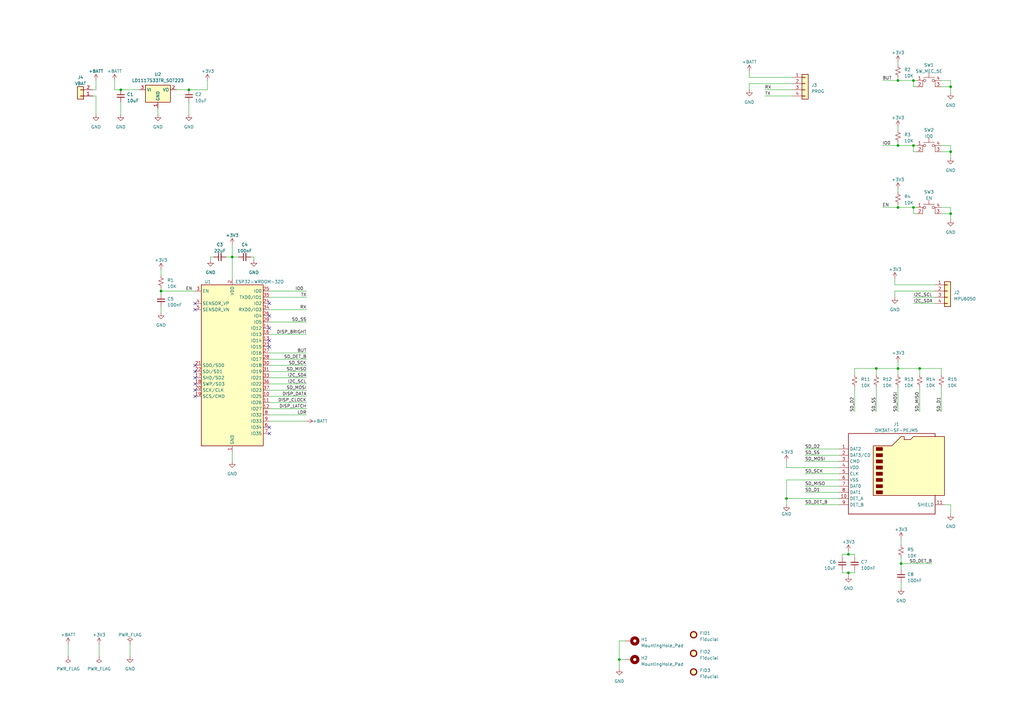
<source format=kicad_sch>
(kicad_sch (version 20230121) (generator eeschema)

  (uuid 90da9009-635c-418a-81cf-a9914c9a139e)

  (paper "A3")

  (title_block
    (title "ESP32 Leanometer")
    (date "2023-04-10")
    (rev "R1.0")
    (company "github.com/theloukou/Leanometer")
    (comment 1 "Lefteris Kantakos")
  )

  (lib_symbols
    (symbol "Connector:Micro_SD_Card_Det2" (in_bom yes) (on_board yes)
      (property "Reference" "J" (at -16.51 17.78 0)
        (effects (font (size 1.27 1.27)))
      )
      (property "Value" "Micro_SD_Card_Det2" (at 16.51 17.78 0)
        (effects (font (size 1.27 1.27)) (justify right))
      )
      (property "Footprint" "" (at 52.07 17.78 0)
        (effects (font (size 1.27 1.27)) hide)
      )
      (property "Datasheet" "https://www.hirose.com/en/product/document?clcode=&productname=&series=DM3&documenttype=Catalog&lang=en&documentid=D49662_en" (at 2.54 2.54 0)
        (effects (font (size 1.27 1.27)) hide)
      )
      (property "ki_keywords" "connector SD microsd" (at 0 0 0)
        (effects (font (size 1.27 1.27)) hide)
      )
      (property "ki_description" "Micro SD Card Socket with two card detection pins" (at 0 0 0)
        (effects (font (size 1.27 1.27)) hide)
      )
      (property "ki_fp_filters" "microSD*" (at 0 0 0)
        (effects (font (size 1.27 1.27)) hide)
      )
      (symbol "Micro_SD_Card_Det2_0_1"
        (rectangle (start -7.62 -6.985) (end -5.08 -8.255)
          (stroke (width 0.254) (type default))
          (fill (type outline))
        )
        (rectangle (start -7.62 -4.445) (end -5.08 -5.715)
          (stroke (width 0.254) (type default))
          (fill (type outline))
        )
        (rectangle (start -7.62 -1.905) (end -5.08 -3.175)
          (stroke (width 0.254) (type default))
          (fill (type outline))
        )
        (rectangle (start -7.62 0.635) (end -5.08 -0.635)
          (stroke (width 0.254) (type default))
          (fill (type outline))
        )
        (rectangle (start -7.62 3.175) (end -5.08 1.905)
          (stroke (width 0.254) (type default))
          (fill (type outline))
        )
        (rectangle (start -7.62 5.715) (end -5.08 4.445)
          (stroke (width 0.254) (type default))
          (fill (type outline))
        )
        (rectangle (start -7.62 8.255) (end -5.08 6.985)
          (stroke (width 0.254) (type default))
          (fill (type outline))
        )
        (rectangle (start -7.62 10.795) (end -5.08 9.525)
          (stroke (width 0.254) (type default))
          (fill (type outline))
        )
        (polyline
          (pts
            (xy 16.51 15.24)
            (xy 16.51 16.51)
            (xy -19.05 16.51)
            (xy -19.05 -16.51)
            (xy 16.51 -16.51)
            (xy 16.51 -8.89)
          )
          (stroke (width 0.254) (type default))
          (fill (type none))
        )
        (polyline
          (pts
            (xy -8.89 -8.89)
            (xy -8.89 11.43)
            (xy -1.27 11.43)
            (xy 2.54 15.24)
            (xy 3.81 15.24)
            (xy 3.81 13.97)
            (xy 6.35 13.97)
            (xy 7.62 15.24)
            (xy 20.32 15.24)
            (xy 20.32 -8.89)
            (xy -8.89 -8.89)
          )
          (stroke (width 0.254) (type default))
          (fill (type background))
        )
      )
      (symbol "Micro_SD_Card_Det2_1_1"
        (pin bidirectional line (at -22.86 10.16 0) (length 3.81)
          (name "DAT2" (effects (font (size 1.27 1.27))))
          (number "1" (effects (font (size 1.27 1.27))))
        )
        (pin passive line (at -22.86 -10.16 0) (length 3.81)
          (name "DET_A" (effects (font (size 1.27 1.27))))
          (number "10" (effects (font (size 1.27 1.27))))
        )
        (pin passive line (at 20.32 -12.7 180) (length 3.81)
          (name "SHIELD" (effects (font (size 1.27 1.27))))
          (number "11" (effects (font (size 1.27 1.27))))
        )
        (pin bidirectional line (at -22.86 7.62 0) (length 3.81)
          (name "DAT3/CD" (effects (font (size 1.27 1.27))))
          (number "2" (effects (font (size 1.27 1.27))))
        )
        (pin input line (at -22.86 5.08 0) (length 3.81)
          (name "CMD" (effects (font (size 1.27 1.27))))
          (number "3" (effects (font (size 1.27 1.27))))
        )
        (pin power_in line (at -22.86 2.54 0) (length 3.81)
          (name "VDD" (effects (font (size 1.27 1.27))))
          (number "4" (effects (font (size 1.27 1.27))))
        )
        (pin input line (at -22.86 0 0) (length 3.81)
          (name "CLK" (effects (font (size 1.27 1.27))))
          (number "5" (effects (font (size 1.27 1.27))))
        )
        (pin power_in line (at -22.86 -2.54 0) (length 3.81)
          (name "VSS" (effects (font (size 1.27 1.27))))
          (number "6" (effects (font (size 1.27 1.27))))
        )
        (pin bidirectional line (at -22.86 -5.08 0) (length 3.81)
          (name "DAT0" (effects (font (size 1.27 1.27))))
          (number "7" (effects (font (size 1.27 1.27))))
        )
        (pin bidirectional line (at -22.86 -7.62 0) (length 3.81)
          (name "DAT1" (effects (font (size 1.27 1.27))))
          (number "8" (effects (font (size 1.27 1.27))))
        )
        (pin passive line (at -22.86 -12.7 0) (length 3.81)
          (name "DET_B" (effects (font (size 1.27 1.27))))
          (number "9" (effects (font (size 1.27 1.27))))
        )
      )
    )
    (symbol "Connector_Generic:Conn_01x02" (pin_names (offset 1.016) hide) (in_bom yes) (on_board yes)
      (property "Reference" "J" (at 0 2.54 0)
        (effects (font (size 1.27 1.27)))
      )
      (property "Value" "Conn_01x02" (at 0 -5.08 0)
        (effects (font (size 1.27 1.27)))
      )
      (property "Footprint" "" (at 0 0 0)
        (effects (font (size 1.27 1.27)) hide)
      )
      (property "Datasheet" "~" (at 0 0 0)
        (effects (font (size 1.27 1.27)) hide)
      )
      (property "ki_keywords" "connector" (at 0 0 0)
        (effects (font (size 1.27 1.27)) hide)
      )
      (property "ki_description" "Generic connector, single row, 01x02, script generated (kicad-library-utils/schlib/autogen/connector/)" (at 0 0 0)
        (effects (font (size 1.27 1.27)) hide)
      )
      (property "ki_fp_filters" "Connector*:*_1x??_*" (at 0 0 0)
        (effects (font (size 1.27 1.27)) hide)
      )
      (symbol "Conn_01x02_1_1"
        (rectangle (start -1.27 -2.413) (end 0 -2.667)
          (stroke (width 0.1524) (type default))
          (fill (type none))
        )
        (rectangle (start -1.27 0.127) (end 0 -0.127)
          (stroke (width 0.1524) (type default))
          (fill (type none))
        )
        (rectangle (start -1.27 1.27) (end 1.27 -3.81)
          (stroke (width 0.254) (type default))
          (fill (type background))
        )
        (pin passive line (at -5.08 0 0) (length 3.81)
          (name "Pin_1" (effects (font (size 1.27 1.27))))
          (number "1" (effects (font (size 1.27 1.27))))
        )
        (pin passive line (at -5.08 -2.54 0) (length 3.81)
          (name "Pin_2" (effects (font (size 1.27 1.27))))
          (number "2" (effects (font (size 1.27 1.27))))
        )
      )
    )
    (symbol "Connector_Generic:Conn_01x04" (pin_names (offset 1.016) hide) (in_bom yes) (on_board yes)
      (property "Reference" "J" (at 0 5.08 0)
        (effects (font (size 1.27 1.27)))
      )
      (property "Value" "Conn_01x04" (at 0 -7.62 0)
        (effects (font (size 1.27 1.27)))
      )
      (property "Footprint" "" (at 0 0 0)
        (effects (font (size 1.27 1.27)) hide)
      )
      (property "Datasheet" "~" (at 0 0 0)
        (effects (font (size 1.27 1.27)) hide)
      )
      (property "ki_keywords" "connector" (at 0 0 0)
        (effects (font (size 1.27 1.27)) hide)
      )
      (property "ki_description" "Generic connector, single row, 01x04, script generated (kicad-library-utils/schlib/autogen/connector/)" (at 0 0 0)
        (effects (font (size 1.27 1.27)) hide)
      )
      (property "ki_fp_filters" "Connector*:*_1x??_*" (at 0 0 0)
        (effects (font (size 1.27 1.27)) hide)
      )
      (symbol "Conn_01x04_1_1"
        (rectangle (start -1.27 -4.953) (end 0 -5.207)
          (stroke (width 0.1524) (type default))
          (fill (type none))
        )
        (rectangle (start -1.27 -2.413) (end 0 -2.667)
          (stroke (width 0.1524) (type default))
          (fill (type none))
        )
        (rectangle (start -1.27 0.127) (end 0 -0.127)
          (stroke (width 0.1524) (type default))
          (fill (type none))
        )
        (rectangle (start -1.27 2.667) (end 0 2.413)
          (stroke (width 0.1524) (type default))
          (fill (type none))
        )
        (rectangle (start -1.27 3.81) (end 1.27 -6.35)
          (stroke (width 0.254) (type default))
          (fill (type background))
        )
        (pin passive line (at -5.08 2.54 0) (length 3.81)
          (name "Pin_1" (effects (font (size 1.27 1.27))))
          (number "1" (effects (font (size 1.27 1.27))))
        )
        (pin passive line (at -5.08 0 0) (length 3.81)
          (name "Pin_2" (effects (font (size 1.27 1.27))))
          (number "2" (effects (font (size 1.27 1.27))))
        )
        (pin passive line (at -5.08 -2.54 0) (length 3.81)
          (name "Pin_3" (effects (font (size 1.27 1.27))))
          (number "3" (effects (font (size 1.27 1.27))))
        )
        (pin passive line (at -5.08 -5.08 0) (length 3.81)
          (name "Pin_4" (effects (font (size 1.27 1.27))))
          (number "4" (effects (font (size 1.27 1.27))))
        )
      )
    )
    (symbol "Device:C_Small" (pin_numbers hide) (pin_names (offset 0.254) hide) (in_bom yes) (on_board yes)
      (property "Reference" "C" (at 0.254 1.778 0)
        (effects (font (size 1.27 1.27)) (justify left))
      )
      (property "Value" "C_Small" (at 0.254 -2.032 0)
        (effects (font (size 1.27 1.27)) (justify left))
      )
      (property "Footprint" "" (at 0 0 0)
        (effects (font (size 1.27 1.27)) hide)
      )
      (property "Datasheet" "~" (at 0 0 0)
        (effects (font (size 1.27 1.27)) hide)
      )
      (property "ki_keywords" "capacitor cap" (at 0 0 0)
        (effects (font (size 1.27 1.27)) hide)
      )
      (property "ki_description" "Unpolarized capacitor, small symbol" (at 0 0 0)
        (effects (font (size 1.27 1.27)) hide)
      )
      (property "ki_fp_filters" "C_*" (at 0 0 0)
        (effects (font (size 1.27 1.27)) hide)
      )
      (symbol "C_Small_0_1"
        (polyline
          (pts
            (xy -1.524 -0.508)
            (xy 1.524 -0.508)
          )
          (stroke (width 0.3302) (type default))
          (fill (type none))
        )
        (polyline
          (pts
            (xy -1.524 0.508)
            (xy 1.524 0.508)
          )
          (stroke (width 0.3048) (type default))
          (fill (type none))
        )
      )
      (symbol "C_Small_1_1"
        (pin passive line (at 0 2.54 270) (length 2.032)
          (name "~" (effects (font (size 1.27 1.27))))
          (number "1" (effects (font (size 1.27 1.27))))
        )
        (pin passive line (at 0 -2.54 90) (length 2.032)
          (name "~" (effects (font (size 1.27 1.27))))
          (number "2" (effects (font (size 1.27 1.27))))
        )
      )
    )
    (symbol "Device:R_Small_US" (pin_numbers hide) (pin_names (offset 0.254) hide) (in_bom yes) (on_board yes)
      (property "Reference" "R" (at 0.762 0.508 0)
        (effects (font (size 1.27 1.27)) (justify left))
      )
      (property "Value" "R_Small_US" (at 0.762 -1.016 0)
        (effects (font (size 1.27 1.27)) (justify left))
      )
      (property "Footprint" "" (at 0 0 0)
        (effects (font (size 1.27 1.27)) hide)
      )
      (property "Datasheet" "~" (at 0 0 0)
        (effects (font (size 1.27 1.27)) hide)
      )
      (property "ki_keywords" "r resistor" (at 0 0 0)
        (effects (font (size 1.27 1.27)) hide)
      )
      (property "ki_description" "Resistor, small US symbol" (at 0 0 0)
        (effects (font (size 1.27 1.27)) hide)
      )
      (property "ki_fp_filters" "R_*" (at 0 0 0)
        (effects (font (size 1.27 1.27)) hide)
      )
      (symbol "R_Small_US_1_1"
        (polyline
          (pts
            (xy 0 0)
            (xy 1.016 -0.381)
            (xy 0 -0.762)
            (xy -1.016 -1.143)
            (xy 0 -1.524)
          )
          (stroke (width 0) (type default))
          (fill (type none))
        )
        (polyline
          (pts
            (xy 0 1.524)
            (xy 1.016 1.143)
            (xy 0 0.762)
            (xy -1.016 0.381)
            (xy 0 0)
          )
          (stroke (width 0) (type default))
          (fill (type none))
        )
        (pin passive line (at 0 2.54 270) (length 1.016)
          (name "~" (effects (font (size 1.27 1.27))))
          (number "1" (effects (font (size 1.27 1.27))))
        )
        (pin passive line (at 0 -2.54 90) (length 1.016)
          (name "~" (effects (font (size 1.27 1.27))))
          (number "2" (effects (font (size 1.27 1.27))))
        )
      )
    )
    (symbol "Mechanical:Fiducial" (in_bom yes) (on_board yes)
      (property "Reference" "FID" (at 0 5.08 0)
        (effects (font (size 1.27 1.27)))
      )
      (property "Value" "Fiducial" (at 0 3.175 0)
        (effects (font (size 1.27 1.27)))
      )
      (property "Footprint" "" (at 0 0 0)
        (effects (font (size 1.27 1.27)) hide)
      )
      (property "Datasheet" "~" (at 0 0 0)
        (effects (font (size 1.27 1.27)) hide)
      )
      (property "ki_keywords" "fiducial marker" (at 0 0 0)
        (effects (font (size 1.27 1.27)) hide)
      )
      (property "ki_description" "Fiducial Marker" (at 0 0 0)
        (effects (font (size 1.27 1.27)) hide)
      )
      (property "ki_fp_filters" "Fiducial*" (at 0 0 0)
        (effects (font (size 1.27 1.27)) hide)
      )
      (symbol "Fiducial_0_1"
        (circle (center 0 0) (radius 1.27)
          (stroke (width 0.508) (type default))
          (fill (type background))
        )
      )
    )
    (symbol "Mechanical:MountingHole_Pad" (pin_numbers hide) (pin_names (offset 1.016) hide) (in_bom yes) (on_board yes)
      (property "Reference" "H" (at 0 6.35 0)
        (effects (font (size 1.27 1.27)))
      )
      (property "Value" "MountingHole_Pad" (at 0 4.445 0)
        (effects (font (size 1.27 1.27)))
      )
      (property "Footprint" "" (at 0 0 0)
        (effects (font (size 1.27 1.27)) hide)
      )
      (property "Datasheet" "~" (at 0 0 0)
        (effects (font (size 1.27 1.27)) hide)
      )
      (property "ki_keywords" "mounting hole" (at 0 0 0)
        (effects (font (size 1.27 1.27)) hide)
      )
      (property "ki_description" "Mounting Hole with connection" (at 0 0 0)
        (effects (font (size 1.27 1.27)) hide)
      )
      (property "ki_fp_filters" "MountingHole*Pad*" (at 0 0 0)
        (effects (font (size 1.27 1.27)) hide)
      )
      (symbol "MountingHole_Pad_0_1"
        (circle (center 0 1.27) (radius 1.27)
          (stroke (width 1.27) (type default))
          (fill (type none))
        )
      )
      (symbol "MountingHole_Pad_1_1"
        (pin input line (at 0 -2.54 90) (length 2.54)
          (name "1" (effects (font (size 1.27 1.27))))
          (number "1" (effects (font (size 1.27 1.27))))
        )
      )
    )
    (symbol "RF_Module:ESP32-WROOM-32D" (in_bom yes) (on_board yes)
      (property "Reference" "U" (at -12.7 34.29 0)
        (effects (font (size 1.27 1.27)) (justify left))
      )
      (property "Value" "ESP32-WROOM-32D" (at 1.27 34.29 0)
        (effects (font (size 1.27 1.27)) (justify left))
      )
      (property "Footprint" "RF_Module:ESP32-WROOM-32D" (at 16.51 -34.29 0)
        (effects (font (size 1.27 1.27)) hide)
      )
      (property "Datasheet" "https://www.espressif.com/sites/default/files/documentation/esp32-wroom-32d_esp32-wroom-32u_datasheet_en.pdf" (at -7.62 1.27 0)
        (effects (font (size 1.27 1.27)) hide)
      )
      (property "ki_keywords" "RF Radio BT ESP ESP32 Espressif onboard PCB antenna" (at 0 0 0)
        (effects (font (size 1.27 1.27)) hide)
      )
      (property "ki_description" "RF Module, ESP32-D0WD SoC, Wi-Fi 802.11b/g/n, Bluetooth, BLE, 32-bit, 2.7-3.6V, onboard antenna, SMD" (at 0 0 0)
        (effects (font (size 1.27 1.27)) hide)
      )
      (property "ki_fp_filters" "ESP32?WROOM?32D*" (at 0 0 0)
        (effects (font (size 1.27 1.27)) hide)
      )
      (symbol "ESP32-WROOM-32D_0_1"
        (rectangle (start -12.7 33.02) (end 12.7 -33.02)
          (stroke (width 0.254) (type default))
          (fill (type background))
        )
      )
      (symbol "ESP32-WROOM-32D_1_1"
        (pin power_in line (at 0 -35.56 90) (length 2.54)
          (name "GND" (effects (font (size 1.27 1.27))))
          (number "1" (effects (font (size 1.27 1.27))))
        )
        (pin bidirectional line (at 15.24 -12.7 180) (length 2.54)
          (name "IO25" (effects (font (size 1.27 1.27))))
          (number "10" (effects (font (size 1.27 1.27))))
        )
        (pin bidirectional line (at 15.24 -15.24 180) (length 2.54)
          (name "IO26" (effects (font (size 1.27 1.27))))
          (number "11" (effects (font (size 1.27 1.27))))
        )
        (pin bidirectional line (at 15.24 -17.78 180) (length 2.54)
          (name "IO27" (effects (font (size 1.27 1.27))))
          (number "12" (effects (font (size 1.27 1.27))))
        )
        (pin bidirectional line (at 15.24 10.16 180) (length 2.54)
          (name "IO14" (effects (font (size 1.27 1.27))))
          (number "13" (effects (font (size 1.27 1.27))))
        )
        (pin bidirectional line (at 15.24 15.24 180) (length 2.54)
          (name "IO12" (effects (font (size 1.27 1.27))))
          (number "14" (effects (font (size 1.27 1.27))))
        )
        (pin passive line (at 0 -35.56 90) (length 2.54) hide
          (name "GND" (effects (font (size 1.27 1.27))))
          (number "15" (effects (font (size 1.27 1.27))))
        )
        (pin bidirectional line (at 15.24 12.7 180) (length 2.54)
          (name "IO13" (effects (font (size 1.27 1.27))))
          (number "16" (effects (font (size 1.27 1.27))))
        )
        (pin bidirectional line (at -15.24 -5.08 0) (length 2.54)
          (name "SHD/SD2" (effects (font (size 1.27 1.27))))
          (number "17" (effects (font (size 1.27 1.27))))
        )
        (pin bidirectional line (at -15.24 -7.62 0) (length 2.54)
          (name "SWP/SD3" (effects (font (size 1.27 1.27))))
          (number "18" (effects (font (size 1.27 1.27))))
        )
        (pin bidirectional line (at -15.24 -12.7 0) (length 2.54)
          (name "SCS/CMD" (effects (font (size 1.27 1.27))))
          (number "19" (effects (font (size 1.27 1.27))))
        )
        (pin power_in line (at 0 35.56 270) (length 2.54)
          (name "VDD" (effects (font (size 1.27 1.27))))
          (number "2" (effects (font (size 1.27 1.27))))
        )
        (pin bidirectional line (at -15.24 -10.16 0) (length 2.54)
          (name "SCK/CLK" (effects (font (size 1.27 1.27))))
          (number "20" (effects (font (size 1.27 1.27))))
        )
        (pin bidirectional line (at -15.24 0 0) (length 2.54)
          (name "SDO/SD0" (effects (font (size 1.27 1.27))))
          (number "21" (effects (font (size 1.27 1.27))))
        )
        (pin bidirectional line (at -15.24 -2.54 0) (length 2.54)
          (name "SDI/SD1" (effects (font (size 1.27 1.27))))
          (number "22" (effects (font (size 1.27 1.27))))
        )
        (pin bidirectional line (at 15.24 7.62 180) (length 2.54)
          (name "IO15" (effects (font (size 1.27 1.27))))
          (number "23" (effects (font (size 1.27 1.27))))
        )
        (pin bidirectional line (at 15.24 25.4 180) (length 2.54)
          (name "IO2" (effects (font (size 1.27 1.27))))
          (number "24" (effects (font (size 1.27 1.27))))
        )
        (pin bidirectional line (at 15.24 30.48 180) (length 2.54)
          (name "IO0" (effects (font (size 1.27 1.27))))
          (number "25" (effects (font (size 1.27 1.27))))
        )
        (pin bidirectional line (at 15.24 20.32 180) (length 2.54)
          (name "IO4" (effects (font (size 1.27 1.27))))
          (number "26" (effects (font (size 1.27 1.27))))
        )
        (pin bidirectional line (at 15.24 5.08 180) (length 2.54)
          (name "IO16" (effects (font (size 1.27 1.27))))
          (number "27" (effects (font (size 1.27 1.27))))
        )
        (pin bidirectional line (at 15.24 2.54 180) (length 2.54)
          (name "IO17" (effects (font (size 1.27 1.27))))
          (number "28" (effects (font (size 1.27 1.27))))
        )
        (pin bidirectional line (at 15.24 17.78 180) (length 2.54)
          (name "IO5" (effects (font (size 1.27 1.27))))
          (number "29" (effects (font (size 1.27 1.27))))
        )
        (pin input line (at -15.24 30.48 0) (length 2.54)
          (name "EN" (effects (font (size 1.27 1.27))))
          (number "3" (effects (font (size 1.27 1.27))))
        )
        (pin bidirectional line (at 15.24 0 180) (length 2.54)
          (name "IO18" (effects (font (size 1.27 1.27))))
          (number "30" (effects (font (size 1.27 1.27))))
        )
        (pin bidirectional line (at 15.24 -2.54 180) (length 2.54)
          (name "IO19" (effects (font (size 1.27 1.27))))
          (number "31" (effects (font (size 1.27 1.27))))
        )
        (pin no_connect line (at -12.7 -27.94 0) (length 2.54) hide
          (name "NC" (effects (font (size 1.27 1.27))))
          (number "32" (effects (font (size 1.27 1.27))))
        )
        (pin bidirectional line (at 15.24 -5.08 180) (length 2.54)
          (name "IO21" (effects (font (size 1.27 1.27))))
          (number "33" (effects (font (size 1.27 1.27))))
        )
        (pin bidirectional line (at 15.24 22.86 180) (length 2.54)
          (name "RXD0/IO3" (effects (font (size 1.27 1.27))))
          (number "34" (effects (font (size 1.27 1.27))))
        )
        (pin bidirectional line (at 15.24 27.94 180) (length 2.54)
          (name "TXD0/IO1" (effects (font (size 1.27 1.27))))
          (number "35" (effects (font (size 1.27 1.27))))
        )
        (pin bidirectional line (at 15.24 -7.62 180) (length 2.54)
          (name "IO22" (effects (font (size 1.27 1.27))))
          (number "36" (effects (font (size 1.27 1.27))))
        )
        (pin bidirectional line (at 15.24 -10.16 180) (length 2.54)
          (name "IO23" (effects (font (size 1.27 1.27))))
          (number "37" (effects (font (size 1.27 1.27))))
        )
        (pin passive line (at 0 -35.56 90) (length 2.54) hide
          (name "GND" (effects (font (size 1.27 1.27))))
          (number "38" (effects (font (size 1.27 1.27))))
        )
        (pin passive line (at 0 -35.56 90) (length 2.54) hide
          (name "GND" (effects (font (size 1.27 1.27))))
          (number "39" (effects (font (size 1.27 1.27))))
        )
        (pin input line (at -15.24 25.4 0) (length 2.54)
          (name "SENSOR_VP" (effects (font (size 1.27 1.27))))
          (number "4" (effects (font (size 1.27 1.27))))
        )
        (pin input line (at -15.24 22.86 0) (length 2.54)
          (name "SENSOR_VN" (effects (font (size 1.27 1.27))))
          (number "5" (effects (font (size 1.27 1.27))))
        )
        (pin input line (at 15.24 -25.4 180) (length 2.54)
          (name "IO34" (effects (font (size 1.27 1.27))))
          (number "6" (effects (font (size 1.27 1.27))))
        )
        (pin input line (at 15.24 -27.94 180) (length 2.54)
          (name "IO35" (effects (font (size 1.27 1.27))))
          (number "7" (effects (font (size 1.27 1.27))))
        )
        (pin bidirectional line (at 15.24 -20.32 180) (length 2.54)
          (name "IO32" (effects (font (size 1.27 1.27))))
          (number "8" (effects (font (size 1.27 1.27))))
        )
        (pin bidirectional line (at 15.24 -22.86 180) (length 2.54)
          (name "IO33" (effects (font (size 1.27 1.27))))
          (number "9" (effects (font (size 1.27 1.27))))
        )
      )
    )
    (symbol "Regulator_Linear:LD1117S33TR_SOT223" (in_bom yes) (on_board yes)
      (property "Reference" "U" (at -3.81 3.175 0)
        (effects (font (size 1.27 1.27)))
      )
      (property "Value" "LD1117S33TR_SOT223" (at 0 3.175 0)
        (effects (font (size 1.27 1.27)) (justify left))
      )
      (property "Footprint" "Package_TO_SOT_SMD:SOT-223-3_TabPin2" (at 0 5.08 0)
        (effects (font (size 1.27 1.27)) hide)
      )
      (property "Datasheet" "http://www.st.com/st-web-ui/static/active/en/resource/technical/document/datasheet/CD00000544.pdf" (at 2.54 -6.35 0)
        (effects (font (size 1.27 1.27)) hide)
      )
      (property "ki_keywords" "REGULATOR LDO 3.3V" (at 0 0 0)
        (effects (font (size 1.27 1.27)) hide)
      )
      (property "ki_description" "800mA Fixed Low Drop Positive Voltage Regulator, Fixed Output 3.3V, SOT-223" (at 0 0 0)
        (effects (font (size 1.27 1.27)) hide)
      )
      (property "ki_fp_filters" "SOT?223*TabPin2*" (at 0 0 0)
        (effects (font (size 1.27 1.27)) hide)
      )
      (symbol "LD1117S33TR_SOT223_0_1"
        (rectangle (start -5.08 -5.08) (end 5.08 1.905)
          (stroke (width 0.254) (type default))
          (fill (type background))
        )
      )
      (symbol "LD1117S33TR_SOT223_1_1"
        (pin power_in line (at 0 -7.62 90) (length 2.54)
          (name "GND" (effects (font (size 1.27 1.27))))
          (number "1" (effects (font (size 1.27 1.27))))
        )
        (pin power_out line (at 7.62 0 180) (length 2.54)
          (name "VO" (effects (font (size 1.27 1.27))))
          (number "2" (effects (font (size 1.27 1.27))))
        )
        (pin power_in line (at -7.62 0 0) (length 2.54)
          (name "VI" (effects (font (size 1.27 1.27))))
          (number "3" (effects (font (size 1.27 1.27))))
        )
      )
    )
    (symbol "Switch:SW_MEC_5E" (pin_names (offset 1.016) hide) (in_bom yes) (on_board yes)
      (property "Reference" "SW" (at 0.635 5.715 0)
        (effects (font (size 1.27 1.27)) (justify left))
      )
      (property "Value" "SW_MEC_5E" (at 0 -3.175 0)
        (effects (font (size 1.27 1.27)))
      )
      (property "Footprint" "" (at 0 7.62 0)
        (effects (font (size 1.27 1.27)) hide)
      )
      (property "Datasheet" "http://www.apem.com/int/index.php?controller=attachment&id_attachment=1371" (at 0 7.62 0)
        (effects (font (size 1.27 1.27)) hide)
      )
      (property "ki_keywords" "switch normally-open pushbutton push-button" (at 0 0 0)
        (effects (font (size 1.27 1.27)) hide)
      )
      (property "ki_description" "MEC 5E single pole normally-open tactile switch" (at 0 0 0)
        (effects (font (size 1.27 1.27)) hide)
      )
      (property "ki_fp_filters" "SW*MEC*5G*" (at 0 0 0)
        (effects (font (size 1.27 1.27)) hide)
      )
      (symbol "SW_MEC_5E_0_1"
        (circle (center -1.778 2.54) (radius 0.508)
          (stroke (width 0) (type default))
          (fill (type none))
        )
        (polyline
          (pts
            (xy -2.286 3.81)
            (xy 2.286 3.81)
          )
          (stroke (width 0) (type default))
          (fill (type none))
        )
        (polyline
          (pts
            (xy 0 3.81)
            (xy 0 5.588)
          )
          (stroke (width 0) (type default))
          (fill (type none))
        )
        (polyline
          (pts
            (xy -2.54 0)
            (xy -2.54 2.54)
            (xy -2.286 2.54)
          )
          (stroke (width 0) (type default))
          (fill (type none))
        )
        (polyline
          (pts
            (xy 2.54 0)
            (xy 2.54 2.54)
            (xy 2.286 2.54)
          )
          (stroke (width 0) (type default))
          (fill (type none))
        )
        (circle (center 1.778 2.54) (radius 0.508)
          (stroke (width 0) (type default))
          (fill (type none))
        )
        (pin passive line (at -5.08 2.54 0) (length 2.54)
          (name "1" (effects (font (size 1.27 1.27))))
          (number "1" (effects (font (size 1.27 1.27))))
        )
        (pin passive line (at -5.08 0 0) (length 2.54)
          (name "2" (effects (font (size 1.27 1.27))))
          (number "2" (effects (font (size 1.27 1.27))))
        )
        (pin passive line (at 5.08 0 180) (length 2.54)
          (name "K" (effects (font (size 1.27 1.27))))
          (number "3" (effects (font (size 1.27 1.27))))
        )
        (pin passive line (at 5.08 2.54 180) (length 2.54)
          (name "A" (effects (font (size 1.27 1.27))))
          (number "4" (effects (font (size 1.27 1.27))))
        )
      )
    )
    (symbol "power:+3V3" (power) (pin_names (offset 0)) (in_bom yes) (on_board yes)
      (property "Reference" "#PWR" (at 0 -3.81 0)
        (effects (font (size 1.27 1.27)) hide)
      )
      (property "Value" "+3V3" (at 0 3.556 0)
        (effects (font (size 1.27 1.27)))
      )
      (property "Footprint" "" (at 0 0 0)
        (effects (font (size 1.27 1.27)) hide)
      )
      (property "Datasheet" "" (at 0 0 0)
        (effects (font (size 1.27 1.27)) hide)
      )
      (property "ki_keywords" "global power" (at 0 0 0)
        (effects (font (size 1.27 1.27)) hide)
      )
      (property "ki_description" "Power symbol creates a global label with name \"+3V3\"" (at 0 0 0)
        (effects (font (size 1.27 1.27)) hide)
      )
      (symbol "+3V3_0_1"
        (polyline
          (pts
            (xy -0.762 1.27)
            (xy 0 2.54)
          )
          (stroke (width 0) (type default))
          (fill (type none))
        )
        (polyline
          (pts
            (xy 0 0)
            (xy 0 2.54)
          )
          (stroke (width 0) (type default))
          (fill (type none))
        )
        (polyline
          (pts
            (xy 0 2.54)
            (xy 0.762 1.27)
          )
          (stroke (width 0) (type default))
          (fill (type none))
        )
      )
      (symbol "+3V3_1_1"
        (pin power_in line (at 0 0 90) (length 0) hide
          (name "+3V3" (effects (font (size 1.27 1.27))))
          (number "1" (effects (font (size 1.27 1.27))))
        )
      )
    )
    (symbol "power:+BATT" (power) (pin_names (offset 0)) (in_bom yes) (on_board yes)
      (property "Reference" "#PWR" (at 0 -3.81 0)
        (effects (font (size 1.27 1.27)) hide)
      )
      (property "Value" "+BATT" (at 0 3.556 0)
        (effects (font (size 1.27 1.27)))
      )
      (property "Footprint" "" (at 0 0 0)
        (effects (font (size 1.27 1.27)) hide)
      )
      (property "Datasheet" "" (at 0 0 0)
        (effects (font (size 1.27 1.27)) hide)
      )
      (property "ki_keywords" "global power battery" (at 0 0 0)
        (effects (font (size 1.27 1.27)) hide)
      )
      (property "ki_description" "Power symbol creates a global label with name \"+BATT\"" (at 0 0 0)
        (effects (font (size 1.27 1.27)) hide)
      )
      (symbol "+BATT_0_1"
        (polyline
          (pts
            (xy -0.762 1.27)
            (xy 0 2.54)
          )
          (stroke (width 0) (type default))
          (fill (type none))
        )
        (polyline
          (pts
            (xy 0 0)
            (xy 0 2.54)
          )
          (stroke (width 0) (type default))
          (fill (type none))
        )
        (polyline
          (pts
            (xy 0 2.54)
            (xy 0.762 1.27)
          )
          (stroke (width 0) (type default))
          (fill (type none))
        )
      )
      (symbol "+BATT_1_1"
        (pin power_in line (at 0 0 90) (length 0) hide
          (name "+BATT" (effects (font (size 1.27 1.27))))
          (number "1" (effects (font (size 1.27 1.27))))
        )
      )
    )
    (symbol "power:GND" (power) (pin_names (offset 0)) (in_bom yes) (on_board yes)
      (property "Reference" "#PWR" (at 0 -6.35 0)
        (effects (font (size 1.27 1.27)) hide)
      )
      (property "Value" "GND" (at 0 -3.81 0)
        (effects (font (size 1.27 1.27)))
      )
      (property "Footprint" "" (at 0 0 0)
        (effects (font (size 1.27 1.27)) hide)
      )
      (property "Datasheet" "" (at 0 0 0)
        (effects (font (size 1.27 1.27)) hide)
      )
      (property "ki_keywords" "global power" (at 0 0 0)
        (effects (font (size 1.27 1.27)) hide)
      )
      (property "ki_description" "Power symbol creates a global label with name \"GND\" , ground" (at 0 0 0)
        (effects (font (size 1.27 1.27)) hide)
      )
      (symbol "GND_0_1"
        (polyline
          (pts
            (xy 0 0)
            (xy 0 -1.27)
            (xy 1.27 -1.27)
            (xy 0 -2.54)
            (xy -1.27 -1.27)
            (xy 0 -1.27)
          )
          (stroke (width 0) (type default))
          (fill (type none))
        )
      )
      (symbol "GND_1_1"
        (pin power_in line (at 0 0 270) (length 0) hide
          (name "GND" (effects (font (size 1.27 1.27))))
          (number "1" (effects (font (size 1.27 1.27))))
        )
      )
    )
    (symbol "power:PWR_FLAG" (power) (pin_numbers hide) (pin_names (offset 0) hide) (in_bom yes) (on_board yes)
      (property "Reference" "#FLG" (at 0 1.905 0)
        (effects (font (size 1.27 1.27)) hide)
      )
      (property "Value" "PWR_FLAG" (at 0 3.81 0)
        (effects (font (size 1.27 1.27)))
      )
      (property "Footprint" "" (at 0 0 0)
        (effects (font (size 1.27 1.27)) hide)
      )
      (property "Datasheet" "~" (at 0 0 0)
        (effects (font (size 1.27 1.27)) hide)
      )
      (property "ki_keywords" "flag power" (at 0 0 0)
        (effects (font (size 1.27 1.27)) hide)
      )
      (property "ki_description" "Special symbol for telling ERC where power comes from" (at 0 0 0)
        (effects (font (size 1.27 1.27)) hide)
      )
      (symbol "PWR_FLAG_0_0"
        (pin power_out line (at 0 0 90) (length 0)
          (name "pwr" (effects (font (size 1.27 1.27))))
          (number "1" (effects (font (size 1.27 1.27))))
        )
      )
      (symbol "PWR_FLAG_0_1"
        (polyline
          (pts
            (xy 0 0)
            (xy 0 1.27)
            (xy -1.016 1.905)
            (xy 0 2.54)
            (xy 1.016 1.905)
            (xy 0 1.27)
          )
          (stroke (width 0) (type default))
          (fill (type none))
        )
      )
    )
  )

  (junction (at 368.3 59.69) (diameter 0) (color 0 0 0 0)
    (uuid 032db465-d25c-4792-af4b-5e2d5bf29ddf)
  )
  (junction (at 368.3 33.02) (diameter 0) (color 0 0 0 0)
    (uuid 120f7db7-8713-4e17-8aac-bcbdaa219452)
  )
  (junction (at 389.89 87.63) (diameter 0) (color 0 0 0 0)
    (uuid 236a36b4-f79b-49b3-936f-bb48dcb6c455)
  )
  (junction (at 377.19 151.13) (diameter 0) (color 0 0 0 0)
    (uuid 32f9eaac-9dba-4dc3-a859-02dd0e1b515b)
  )
  (junction (at 369.57 231.14) (diameter 0) (color 0 0 0 0)
    (uuid 36f14a61-6f7b-4742-b95f-d3c97394b70a)
  )
  (junction (at 77.47 36.83) (diameter 0) (color 0 0 0 0)
    (uuid 381a2292-e5df-401d-9ae5-60361343bb4b)
  )
  (junction (at 347.98 234.95) (diameter 0) (color 0 0 0 0)
    (uuid 40f42cd4-a80a-41a5-8f6c-7935336f3b3f)
  )
  (junction (at 368.3 85.09) (diameter 0) (color 0 0 0 0)
    (uuid 57267afc-7002-4988-84b6-6bf8d0536023)
  )
  (junction (at 66.04 119.38) (diameter 0) (color 0 0 0 0)
    (uuid 5843517f-1cb4-43f3-9cf8-952f64b3ff1d)
  )
  (junction (at 374.65 33.02) (diameter 0) (color 0 0 0 0)
    (uuid 6014a5b9-ef9b-4cba-ae43-da6f23f43eda)
  )
  (junction (at 374.65 59.69) (diameter 0) (color 0 0 0 0)
    (uuid 69b88863-f80d-4178-b5a7-b0d1ccdc808f)
  )
  (junction (at 389.89 62.23) (diameter 0) (color 0 0 0 0)
    (uuid 7e321bef-4951-4de2-a7ae-a8c40981d629)
  )
  (junction (at 49.53 36.83) (diameter 0) (color 0 0 0 0)
    (uuid 8731d3f1-e86d-4de3-b61d-73ebfbfce569)
  )
  (junction (at 254 270.51) (diameter 0) (color 0 0 0 0)
    (uuid ac45a6b7-5b83-422d-bda8-2eb8fa1858a4)
  )
  (junction (at 389.89 35.56) (diameter 0) (color 0 0 0 0)
    (uuid ba06cbb4-6277-47b8-999b-45af99ad2dc8)
  )
  (junction (at 322.58 204.47) (diameter 0) (color 0 0 0 0)
    (uuid c357b54b-3acb-4a65-b85f-2086f5097efd)
  )
  (junction (at 368.3 151.13) (diameter 0) (color 0 0 0 0)
    (uuid d3c8518d-3924-43b6-b78f-067b11f5b2ac)
  )
  (junction (at 95.25 105.41) (diameter 0) (color 0 0 0 0)
    (uuid d7fdf61f-89e7-4c81-bfc1-c0a69f70e320)
  )
  (junction (at 374.65 85.09) (diameter 0) (color 0 0 0 0)
    (uuid d855483b-5498-4e09-8e0a-4ed1a973abba)
  )
  (junction (at 347.98 227.33) (diameter 0) (color 0 0 0 0)
    (uuid de51c9e3-1017-4aa7-9bac-3252fa788490)
  )
  (junction (at 359.41 151.13) (diameter 0) (color 0 0 0 0)
    (uuid f83e1f82-9525-4fab-8db1-2273e6869b53)
  )

  (no_connect (at 80.01 160.02) (uuid 05aa4d65-3b5a-4af5-a1f6-82486c272adc))
  (no_connect (at 80.01 124.46) (uuid 3265fa89-2afa-4aac-92bf-717f021e8adc))
  (no_connect (at 80.01 154.94) (uuid 346f00f7-282b-485e-9a18-c0e94af3c36e))
  (no_connect (at 110.49 124.46) (uuid 3b4f7d30-5e58-4062-ad04-77a46bbb1c28))
  (no_connect (at 80.01 152.4) (uuid 4f259549-6b00-48c8-be25-67d02d1e1392))
  (no_connect (at 110.49 142.24) (uuid bcd6f3c8-53de-4702-856a-6d235146304d))
  (no_connect (at 110.49 177.8) (uuid c8d84547-459f-4ed1-bd19-57786d865866))
  (no_connect (at 110.49 129.54) (uuid cbd4bc38-397e-47ce-baba-d5f81ab5e69a))
  (no_connect (at 80.01 149.86) (uuid cd8d5333-ac0d-4435-9a0b-f850f6c72154))
  (no_connect (at 80.01 127) (uuid d2916ff6-baf6-4aaa-8f9c-6c2f8befed76))
  (no_connect (at 80.01 157.48) (uuid d4f637f9-0bf5-485a-bfdc-322b5b48afbf))
  (no_connect (at 110.49 134.62) (uuid dacaa168-01bb-4122-af85-adc1a1241724))
  (no_connect (at 110.49 139.7) (uuid e45d5720-59e4-43a6-8ec4-5fa16413241e))
  (no_connect (at 80.01 162.56) (uuid f8efcaed-2859-4e3e-9ff3-6d6e55bff40e))
  (no_connect (at 110.49 175.26) (uuid faeb2308-57ec-4816-a31b-75aaffb3d9c0))

  (wire (pts (xy 350.52 158.75) (xy 350.52 168.91))
    (stroke (width 0) (type default))
    (uuid 008d7ee7-2577-4759-ab99-266ca9faec8c)
  )
  (wire (pts (xy 38.1 36.83) (xy 39.37 36.83))
    (stroke (width 0) (type default))
    (uuid 045fd2fd-5aa5-4c43-a6e6-36f269824c3c)
  )
  (wire (pts (xy 369.57 220.98) (xy 369.57 223.52))
    (stroke (width 0) (type default))
    (uuid 052dcd6d-f5ec-4db9-97d3-89d238c53dc3)
  )
  (wire (pts (xy 375.92 62.23) (xy 374.65 62.23))
    (stroke (width 0) (type default))
    (uuid 0a35485a-779d-4d49-8ce4-7235d7533393)
  )
  (wire (pts (xy 361.95 33.02) (xy 368.3 33.02))
    (stroke (width 0) (type default))
    (uuid 0a7a4a72-392a-4f55-9f9c-11363892c169)
  )
  (wire (pts (xy 330.2 199.39) (xy 344.17 199.39))
    (stroke (width 0) (type default))
    (uuid 0ab1b736-cf41-4551-8df4-d5ebb3282efb)
  )
  (wire (pts (xy 66.04 118.11) (xy 66.04 119.38))
    (stroke (width 0) (type default))
    (uuid 0b2af9e6-d996-4bde-bd42-fe9585b6462f)
  )
  (wire (pts (xy 359.41 151.13) (xy 368.3 151.13))
    (stroke (width 0) (type default))
    (uuid 0c72188d-a926-4a6d-b090-29fa675e1fdb)
  )
  (wire (pts (xy 38.1 39.37) (xy 39.37 39.37))
    (stroke (width 0) (type default))
    (uuid 0ce4485d-ff5b-482b-9ede-e876e0572684)
  )
  (wire (pts (xy 95.25 100.33) (xy 95.25 105.41))
    (stroke (width 0) (type default))
    (uuid 0d629f33-110d-4e70-81ce-5c1426d2c7fb)
  )
  (wire (pts (xy 386.08 62.23) (xy 389.89 62.23))
    (stroke (width 0) (type default))
    (uuid 0e296928-06c8-4ccc-9cd9-6ca3e2d72094)
  )
  (wire (pts (xy 347.98 227.33) (xy 347.98 226.06))
    (stroke (width 0) (type default))
    (uuid 1385f1d8-2193-42a4-9b8f-d53fd17f6672)
  )
  (wire (pts (xy 389.89 35.56) (xy 389.89 38.1))
    (stroke (width 0) (type default))
    (uuid 13cb552d-af75-448a-b7dc-68583e21b5fc)
  )
  (wire (pts (xy 27.94 264.16) (xy 27.94 269.24))
    (stroke (width 0) (type default))
    (uuid 145be8b4-a40f-473a-bb0e-127ddc4ab8bb)
  )
  (wire (pts (xy 254 270.51) (xy 256.54 270.51))
    (stroke (width 0) (type default))
    (uuid 18870ed6-6e13-44be-9d90-b5afc2d0c0c3)
  )
  (wire (pts (xy 110.49 170.18) (xy 125.73 170.18))
    (stroke (width 0) (type default))
    (uuid 19496740-692a-4b18-831d-a175a3697d2f)
  )
  (wire (pts (xy 350.52 151.13) (xy 359.41 151.13))
    (stroke (width 0) (type default))
    (uuid 1ba3fd37-da0f-4f87-8b10-ae1479fea627)
  )
  (wire (pts (xy 374.65 33.02) (xy 375.92 33.02))
    (stroke (width 0) (type default))
    (uuid 1e89b681-6d1b-4eff-a4b4-529f252ed25a)
  )
  (wire (pts (xy 377.19 151.13) (xy 386.08 151.13))
    (stroke (width 0) (type default))
    (uuid 2035d258-1d6b-4c34-9b71-d13d9cda7a59)
  )
  (wire (pts (xy 86.36 105.41) (xy 87.63 105.41))
    (stroke (width 0) (type default))
    (uuid 243e5360-b36c-45c5-b687-68ca6bbbefc6)
  )
  (wire (pts (xy 77.47 36.83) (xy 85.09 36.83))
    (stroke (width 0) (type default))
    (uuid 250855d8-e290-4ece-bf6b-05e5d8c04aab)
  )
  (wire (pts (xy 375.92 87.63) (xy 374.65 87.63))
    (stroke (width 0) (type default))
    (uuid 277a404c-18d1-4a13-b547-7bfd28bd0a25)
  )
  (wire (pts (xy 325.12 31.75) (xy 307.34 31.75))
    (stroke (width 0) (type default))
    (uuid 28150a85-e235-4104-8a46-0da6c99ddbf3)
  )
  (wire (pts (xy 110.49 165.1) (xy 125.73 165.1))
    (stroke (width 0) (type default))
    (uuid 2a5c933a-d881-471f-9727-d29552ee8273)
  )
  (wire (pts (xy 307.34 34.29) (xy 325.12 34.29))
    (stroke (width 0) (type default))
    (uuid 2f434a78-0021-4d4b-9b70-5f332b9a7a92)
  )
  (wire (pts (xy 368.3 148.59) (xy 368.3 151.13))
    (stroke (width 0) (type default))
    (uuid 34e87827-4d8c-49fe-a674-7d972e1990f8)
  )
  (wire (pts (xy 66.04 110.49) (xy 66.04 113.03))
    (stroke (width 0) (type default))
    (uuid 39719bea-a05c-4818-9301-1882d80c5b59)
  )
  (wire (pts (xy 345.44 234.95) (xy 347.98 234.95))
    (stroke (width 0) (type default))
    (uuid 3b60e328-a624-4789-b45c-c6eaa3c99c16)
  )
  (wire (pts (xy 368.3 77.47) (xy 368.3 78.74))
    (stroke (width 0) (type default))
    (uuid 3d551682-0b24-4bbd-8340-38e9d7f7d58e)
  )
  (wire (pts (xy 322.58 196.85) (xy 344.17 196.85))
    (stroke (width 0) (type default))
    (uuid 40941946-66eb-488d-9c80-d071cfc8711b)
  )
  (wire (pts (xy 46.99 36.83) (xy 49.53 36.83))
    (stroke (width 0) (type default))
    (uuid 42cdf18b-04e5-4876-a513-a89f32afac90)
  )
  (wire (pts (xy 66.04 119.38) (xy 66.04 120.65))
    (stroke (width 0) (type default))
    (uuid 42fde3b7-2401-495b-91e0-8f939cf7118c)
  )
  (wire (pts (xy 330.2 189.23) (xy 344.17 189.23))
    (stroke (width 0) (type default))
    (uuid 43dadc93-0d61-45bf-a0a1-baac926a6499)
  )
  (wire (pts (xy 389.89 33.02) (xy 389.89 35.56))
    (stroke (width 0) (type default))
    (uuid 459efe17-2490-456f-88a1-1ca5c9b375c2)
  )
  (wire (pts (xy 110.49 119.38) (xy 125.73 119.38))
    (stroke (width 0) (type default))
    (uuid 45b1235d-0a73-4419-836e-664ff41fadea)
  )
  (wire (pts (xy 350.52 153.67) (xy 350.52 151.13))
    (stroke (width 0) (type default))
    (uuid 4691526c-158b-4c89-86c8-8f820e32580f)
  )
  (wire (pts (xy 368.3 59.69) (xy 374.65 59.69))
    (stroke (width 0) (type default))
    (uuid 4b5bd5c9-73eb-4599-8817-4defd74c32e4)
  )
  (wire (pts (xy 39.37 33.02) (xy 39.37 36.83))
    (stroke (width 0) (type default))
    (uuid 4deb9091-4e76-4bde-a960-32ea4efbd31a)
  )
  (wire (pts (xy 387.35 207.01) (xy 389.89 207.01))
    (stroke (width 0) (type default))
    (uuid 5103a222-5367-4157-b98a-a015e051b4b2)
  )
  (wire (pts (xy 367.03 119.38) (xy 367.03 121.92))
    (stroke (width 0) (type default))
    (uuid 5123f9c3-27a6-4965-b9e4-c6a7ab2ca6b8)
  )
  (wire (pts (xy 322.58 207.01) (xy 322.58 204.47))
    (stroke (width 0) (type default))
    (uuid 51a723b4-da23-44fa-aac7-ba14c82deaa9)
  )
  (wire (pts (xy 368.3 58.42) (xy 368.3 59.69))
    (stroke (width 0) (type default))
    (uuid 549dfce3-be3c-466d-bc39-6c12ea125f32)
  )
  (wire (pts (xy 307.34 34.29) (xy 307.34 36.83))
    (stroke (width 0) (type default))
    (uuid 54fe3c75-16d3-43df-9f55-aa6b5997e961)
  )
  (wire (pts (xy 377.19 151.13) (xy 368.3 151.13))
    (stroke (width 0) (type default))
    (uuid 55eee5d5-0f8e-42d4-86b5-a6a9a8870358)
  )
  (wire (pts (xy 53.34 264.16) (xy 53.34 269.24))
    (stroke (width 0) (type default))
    (uuid 581a6077-f419-43a5-ae02-6d910cadc761)
  )
  (wire (pts (xy 110.49 121.92) (xy 125.73 121.92))
    (stroke (width 0) (type default))
    (uuid 583ae5e1-999e-4244-80c0-2b189e6d3636)
  )
  (wire (pts (xy 313.69 39.37) (xy 325.12 39.37))
    (stroke (width 0) (type default))
    (uuid 59e84af2-0141-4d6d-a020-be9cc0ff2315)
  )
  (wire (pts (xy 369.57 231.14) (xy 369.57 233.68))
    (stroke (width 0) (type default))
    (uuid 5ac1f1b6-d78b-4201-b053-416b36925faa)
  )
  (wire (pts (xy 66.04 119.38) (xy 80.01 119.38))
    (stroke (width 0) (type default))
    (uuid 5df42881-e5bf-4680-ac44-c978795f3a60)
  )
  (wire (pts (xy 374.65 124.46) (xy 383.54 124.46))
    (stroke (width 0) (type default))
    (uuid 5e8434cc-30d7-4ccf-9788-6afead97a62f)
  )
  (wire (pts (xy 92.71 105.41) (xy 95.25 105.41))
    (stroke (width 0) (type default))
    (uuid 5ea5f5d4-bda3-4f7d-b8f6-ada4ea9b4ff6)
  )
  (wire (pts (xy 345.44 227.33) (xy 347.98 227.33))
    (stroke (width 0) (type default))
    (uuid 5eeeef05-a629-463b-bed5-52e0d02109f4)
  )
  (wire (pts (xy 110.49 149.86) (xy 125.73 149.86))
    (stroke (width 0) (type default))
    (uuid 5f2fbbae-3474-4416-8655-da02e4847c2d)
  )
  (wire (pts (xy 77.47 41.91) (xy 77.47 46.99))
    (stroke (width 0) (type default))
    (uuid 5f53fb1d-a8e8-4649-a343-bb41c8c089ee)
  )
  (wire (pts (xy 307.34 29.21) (xy 307.34 31.75))
    (stroke (width 0) (type default))
    (uuid 5fc8c19e-ff94-4d39-a605-a6f6cf72143f)
  )
  (wire (pts (xy 40.64 264.16) (xy 40.64 269.24))
    (stroke (width 0) (type default))
    (uuid 618ab4d5-30b4-4720-8ded-d5a3aae43fb2)
  )
  (wire (pts (xy 383.54 116.84) (xy 367.03 116.84))
    (stroke (width 0) (type default))
    (uuid 67dd344f-9f4b-45f4-a301-7bce8ffc3592)
  )
  (wire (pts (xy 386.08 87.63) (xy 389.89 87.63))
    (stroke (width 0) (type default))
    (uuid 68b4c5e1-520b-43f5-ba9a-611a2b5d0958)
  )
  (wire (pts (xy 110.49 127) (xy 125.73 127))
    (stroke (width 0) (type default))
    (uuid 6c63237d-d083-416b-a748-5e3f6f591b99)
  )
  (wire (pts (xy 389.89 62.23) (xy 389.89 64.77))
    (stroke (width 0) (type default))
    (uuid 6df3b546-a86a-44e3-9bc0-ee5a9b092d96)
  )
  (wire (pts (xy 95.25 105.41) (xy 97.79 105.41))
    (stroke (width 0) (type default))
    (uuid 71f920b7-6930-45e3-9e12-459126790512)
  )
  (wire (pts (xy 110.49 154.94) (xy 125.73 154.94))
    (stroke (width 0) (type default))
    (uuid 721cfa0c-2d06-4e2a-965c-ab49d4bc1e41)
  )
  (wire (pts (xy 322.58 189.23) (xy 322.58 191.77))
    (stroke (width 0) (type default))
    (uuid 73d32213-d21c-42ee-8980-5b1cb669e544)
  )
  (wire (pts (xy 386.08 35.56) (xy 389.89 35.56))
    (stroke (width 0) (type default))
    (uuid 75a6be5f-a31b-47b3-97a5-577d334a64a7)
  )
  (wire (pts (xy 386.08 33.02) (xy 389.89 33.02))
    (stroke (width 0) (type default))
    (uuid 77d03b50-b2f3-4fa4-803e-be788baad009)
  )
  (wire (pts (xy 389.89 85.09) (xy 389.89 87.63))
    (stroke (width 0) (type default))
    (uuid 79c06d7e-3ebe-4473-9865-660e87573fa9)
  )
  (wire (pts (xy 86.36 106.68) (xy 86.36 105.41))
    (stroke (width 0) (type default))
    (uuid 7b406de0-7465-4d53-b11e-13e1b586b5b0)
  )
  (wire (pts (xy 374.65 85.09) (xy 375.92 85.09))
    (stroke (width 0) (type default))
    (uuid 7fcce27b-d666-447b-8f07-666d3bc10c31)
  )
  (wire (pts (xy 377.19 153.67) (xy 377.19 151.13))
    (stroke (width 0) (type default))
    (uuid 80e9941a-7181-42f9-a543-5235efb84f5b)
  )
  (wire (pts (xy 368.3 83.82) (xy 368.3 85.09))
    (stroke (width 0) (type default))
    (uuid 8364213b-897d-46ba-92ae-8d5787e7f991)
  )
  (wire (pts (xy 374.65 59.69) (xy 375.92 59.69))
    (stroke (width 0) (type default))
    (uuid 84117d10-b696-4e67-957b-388682498148)
  )
  (wire (pts (xy 369.57 238.76) (xy 369.57 241.3))
    (stroke (width 0) (type default))
    (uuid 86885496-27ed-4edd-a162-711ac1973ff3)
  )
  (wire (pts (xy 330.2 207.01) (xy 344.17 207.01))
    (stroke (width 0) (type default))
    (uuid 87b30ce3-45d8-4366-b00a-e3b376c29b72)
  )
  (wire (pts (xy 95.25 105.41) (xy 95.25 114.3))
    (stroke (width 0) (type default))
    (uuid 907f8bfb-c1a1-4540-8173-8b20ab35152a)
  )
  (wire (pts (xy 350.52 233.68) (xy 350.52 234.95))
    (stroke (width 0) (type default))
    (uuid 91a023e1-7a36-4b03-aee7-e6876ddf2936)
  )
  (wire (pts (xy 359.41 153.67) (xy 359.41 151.13))
    (stroke (width 0) (type default))
    (uuid 9226865e-c1c9-47aa-839b-cb5052ad9734)
  )
  (wire (pts (xy 72.39 36.83) (xy 77.47 36.83))
    (stroke (width 0) (type default))
    (uuid 9342b4b3-02e5-4e0e-a0d4-28c892122c41)
  )
  (wire (pts (xy 104.14 105.41) (xy 102.87 105.41))
    (stroke (width 0) (type default))
    (uuid 94506c8c-fe8e-43c3-ade3-f573dd40e426)
  )
  (wire (pts (xy 330.2 201.93) (xy 344.17 201.93))
    (stroke (width 0) (type default))
    (uuid 99c977b0-dab4-4ccb-b733-0c18fcb17ee7)
  )
  (wire (pts (xy 313.69 36.83) (xy 325.12 36.83))
    (stroke (width 0) (type default))
    (uuid 9b4d7d34-dfc5-4ea9-af0f-e1175c968e77)
  )
  (wire (pts (xy 330.2 184.15) (xy 344.17 184.15))
    (stroke (width 0) (type default))
    (uuid 9bc18736-1740-4601-9fe6-0bf8b9bd7ac5)
  )
  (wire (pts (xy 383.54 119.38) (xy 367.03 119.38))
    (stroke (width 0) (type default))
    (uuid 9fe65ba9-9e5e-489e-83bc-398f2f6e7fd5)
  )
  (wire (pts (xy 374.65 87.63) (xy 374.65 85.09))
    (stroke (width 0) (type default))
    (uuid a6068c60-ad51-44ec-be73-ca71115f1c00)
  )
  (wire (pts (xy 85.09 33.02) (xy 85.09 36.83))
    (stroke (width 0) (type default))
    (uuid a7633daa-9574-4ab9-b8df-2b2736437bfa)
  )
  (wire (pts (xy 369.57 228.6) (xy 369.57 231.14))
    (stroke (width 0) (type default))
    (uuid a842dd5d-73bb-45c4-9485-bd7e1dfa5453)
  )
  (wire (pts (xy 95.25 185.42) (xy 95.25 189.23))
    (stroke (width 0) (type default))
    (uuid ab59a91f-0e2d-48fa-9656-707bcb9b3d36)
  )
  (wire (pts (xy 368.3 33.02) (xy 374.65 33.02))
    (stroke (width 0) (type default))
    (uuid ac3323f2-4d09-442f-90f0-569231561584)
  )
  (wire (pts (xy 368.3 151.13) (xy 368.3 153.67))
    (stroke (width 0) (type default))
    (uuid ac8c3979-f92e-4eea-84ba-6d4c5dda229b)
  )
  (wire (pts (xy 350.52 228.6) (xy 350.52 227.33))
    (stroke (width 0) (type default))
    (uuid aeb39471-5421-4d92-beea-bbb19c78d34c)
  )
  (wire (pts (xy 66.04 125.73) (xy 66.04 128.27))
    (stroke (width 0) (type default))
    (uuid af9cfee1-cb18-4631-a0df-7758c81d0a01)
  )
  (wire (pts (xy 350.52 234.95) (xy 347.98 234.95))
    (stroke (width 0) (type default))
    (uuid b14807a6-e001-49a2-a657-a755fe6477fd)
  )
  (wire (pts (xy 110.49 167.64) (xy 125.73 167.64))
    (stroke (width 0) (type default))
    (uuid b4000d49-077f-4b33-b3d7-2df3d4927206)
  )
  (wire (pts (xy 389.89 87.63) (xy 389.89 90.17))
    (stroke (width 0) (type default))
    (uuid b50db912-d0c3-4499-b9c7-bca3a111f870)
  )
  (wire (pts (xy 368.3 85.09) (xy 374.65 85.09))
    (stroke (width 0) (type default))
    (uuid b5acb64f-5e3f-4f42-90e3-d5d8189463a8)
  )
  (wire (pts (xy 368.3 31.75) (xy 368.3 33.02))
    (stroke (width 0) (type default))
    (uuid b5c43e5a-c3f8-4e5e-bf97-22f4564e3a33)
  )
  (wire (pts (xy 367.03 114.3) (xy 367.03 116.84))
    (stroke (width 0) (type default))
    (uuid b8575888-6260-4e7c-8e8d-b16972f7957a)
  )
  (wire (pts (xy 104.14 106.68) (xy 104.14 105.41))
    (stroke (width 0) (type default))
    (uuid b8909afc-e961-4a82-9a64-5f7c91c7d58e)
  )
  (wire (pts (xy 110.49 132.08) (xy 125.73 132.08))
    (stroke (width 0) (type default))
    (uuid be0321ae-99b0-4d07-b42c-aadf6f40a989)
  )
  (wire (pts (xy 46.99 33.02) (xy 46.99 36.83))
    (stroke (width 0) (type default))
    (uuid c1e8819b-d031-43cd-84c8-c29f06e7e3e9)
  )
  (wire (pts (xy 374.65 62.23) (xy 374.65 59.69))
    (stroke (width 0) (type default))
    (uuid c26ef7e5-d4e9-410f-865b-df2dc0e70964)
  )
  (wire (pts (xy 110.49 157.48) (xy 125.73 157.48))
    (stroke (width 0) (type default))
    (uuid c3980ae4-b74a-4fad-a2d7-e1865c7f86b4)
  )
  (wire (pts (xy 345.44 228.6) (xy 345.44 227.33))
    (stroke (width 0) (type default))
    (uuid c3aedb1e-c2ad-4bf0-8805-89b61b111091)
  )
  (wire (pts (xy 350.52 227.33) (xy 347.98 227.33))
    (stroke (width 0) (type default))
    (uuid c52699f8-6002-4f21-a1b0-373c15e1d32f)
  )
  (wire (pts (xy 359.41 158.75) (xy 359.41 168.91))
    (stroke (width 0) (type default))
    (uuid c76b5243-5613-41b1-b87d-ffb5251ecf58)
  )
  (wire (pts (xy 330.2 194.31) (xy 344.17 194.31))
    (stroke (width 0) (type default))
    (uuid c7c39dc2-5e3e-4823-8297-3567bdf4ed25)
  )
  (wire (pts (xy 322.58 191.77) (xy 344.17 191.77))
    (stroke (width 0) (type default))
    (uuid cfa487f9-f3ac-46b6-87d0-0b45f3105293)
  )
  (wire (pts (xy 330.2 186.69) (xy 344.17 186.69))
    (stroke (width 0) (type default))
    (uuid d046be00-9a8b-4712-9266-e9ffe55e590b)
  )
  (wire (pts (xy 389.89 207.01) (xy 389.89 210.82))
    (stroke (width 0) (type default))
    (uuid d1b1e096-be51-49a5-bf26-455f36f077f1)
  )
  (wire (pts (xy 110.49 152.4) (xy 125.73 152.4))
    (stroke (width 0) (type default))
    (uuid d248895e-f3e2-4062-aa8a-55e22ff5bbda)
  )
  (wire (pts (xy 254 270.51) (xy 254 274.32))
    (stroke (width 0) (type default))
    (uuid d2af539e-8f63-41b2-b700-1d6e498bdb97)
  )
  (wire (pts (xy 64.77 44.45) (xy 64.77 46.99))
    (stroke (width 0) (type default))
    (uuid d307a447-c5b8-4255-abe6-135f0489e5f2)
  )
  (wire (pts (xy 49.53 41.91) (xy 49.53 46.99))
    (stroke (width 0) (type default))
    (uuid d521e667-278b-40df-86a4-92d89ae46d96)
  )
  (wire (pts (xy 389.89 59.69) (xy 389.89 62.23))
    (stroke (width 0) (type default))
    (uuid d769bba3-155a-40db-a958-bfc5c04b4b5f)
  )
  (wire (pts (xy 374.65 121.92) (xy 383.54 121.92))
    (stroke (width 0) (type default))
    (uuid d852d2f1-9b99-4f69-8eb0-5bb40830c575)
  )
  (wire (pts (xy 386.08 153.67) (xy 386.08 151.13))
    (stroke (width 0) (type default))
    (uuid d8b0f52b-b920-46fa-9d20-29a44932663b)
  )
  (wire (pts (xy 347.98 234.95) (xy 347.98 236.22))
    (stroke (width 0) (type default))
    (uuid da4413f4-dd1f-45a6-9941-15757ffe817a)
  )
  (wire (pts (xy 256.54 262.89) (xy 254 262.89))
    (stroke (width 0) (type default))
    (uuid da7fd4e2-4028-4e2c-a170-e6ee62bf6253)
  )
  (wire (pts (xy 39.37 39.37) (xy 39.37 46.99))
    (stroke (width 0) (type default))
    (uuid db084ece-79ed-4ea1-b7fa-421b69d8c400)
  )
  (wire (pts (xy 368.3 158.75) (xy 368.3 168.91))
    (stroke (width 0) (type default))
    (uuid ddbf612e-4e28-4a9a-84a9-ce9e95b56c72)
  )
  (wire (pts (xy 345.44 233.68) (xy 345.44 234.95))
    (stroke (width 0) (type default))
    (uuid dde31e9b-8731-44d8-885f-823b8a886482)
  )
  (wire (pts (xy 386.08 85.09) (xy 389.89 85.09))
    (stroke (width 0) (type default))
    (uuid e09de9e7-e287-4fbe-a2a4-16409379f3d6)
  )
  (wire (pts (xy 361.95 85.09) (xy 368.3 85.09))
    (stroke (width 0) (type default))
    (uuid e1624a21-f159-462c-a07c-63f133be8ecc)
  )
  (wire (pts (xy 322.58 204.47) (xy 344.17 204.47))
    (stroke (width 0) (type default))
    (uuid e20e1cd8-ca4a-4023-b0ec-3e3314895548)
  )
  (wire (pts (xy 110.49 137.16) (xy 125.73 137.16))
    (stroke (width 0) (type default))
    (uuid e253e47d-db7b-4873-bcfd-d4879bfaf1bc)
  )
  (wire (pts (xy 322.58 196.85) (xy 322.58 204.47))
    (stroke (width 0) (type default))
    (uuid e3083879-d610-46ca-9c71-3b331b1c6496)
  )
  (wire (pts (xy 254 262.89) (xy 254 270.51))
    (stroke (width 0) (type default))
    (uuid e6055c87-6780-4933-a5e7-fcf7418c75e0)
  )
  (wire (pts (xy 110.49 147.32) (xy 125.73 147.32))
    (stroke (width 0) (type default))
    (uuid e816ae94-b465-4ff8-8dbc-192b54184779)
  )
  (wire (pts (xy 110.49 144.78) (xy 125.73 144.78))
    (stroke (width 0) (type default))
    (uuid ea23e118-385a-4859-a685-de55e2c8e32c)
  )
  (wire (pts (xy 375.92 35.56) (xy 374.65 35.56))
    (stroke (width 0) (type default))
    (uuid eb2df012-1ea8-4d43-9280-e6d882a4e80f)
  )
  (wire (pts (xy 386.08 158.75) (xy 386.08 168.91))
    (stroke (width 0) (type default))
    (uuid ebf66881-8726-4566-ae93-72d9fa152cf9)
  )
  (wire (pts (xy 110.49 160.02) (xy 125.73 160.02))
    (stroke (width 0) (type default))
    (uuid ec0d0f6a-a36d-4320-b118-1bfe14a4a844)
  )
  (wire (pts (xy 377.19 158.75) (xy 377.19 168.91))
    (stroke (width 0) (type default))
    (uuid ec359074-bb24-43a8-8c83-25e8ad2bd8a2)
  )
  (wire (pts (xy 386.08 59.69) (xy 389.89 59.69))
    (stroke (width 0) (type default))
    (uuid eeae78d3-0f2b-4cde-affe-b8767b89c00d)
  )
  (wire (pts (xy 368.3 25.4) (xy 368.3 26.67))
    (stroke (width 0) (type default))
    (uuid ef550d29-bdff-4392-ae21-3cf740f26e15)
  )
  (wire (pts (xy 49.53 36.83) (xy 57.15 36.83))
    (stroke (width 0) (type default))
    (uuid f10db4be-b08e-44b1-8d61-09bc20e646c7)
  )
  (wire (pts (xy 368.3 52.07) (xy 368.3 53.34))
    (stroke (width 0) (type default))
    (uuid f1551082-c591-4a1d-b29e-925bdac24e50)
  )
  (wire (pts (xy 361.95 59.69) (xy 368.3 59.69))
    (stroke (width 0) (type default))
    (uuid f31c99ca-d39f-4772-bee5-be9a3e148f82)
  )
  (wire (pts (xy 369.57 231.14) (xy 382.27 231.14))
    (stroke (width 0) (type default))
    (uuid f75f204d-18ae-4c41-bc17-ddaebb1eb4b8)
  )
  (wire (pts (xy 374.65 35.56) (xy 374.65 33.02))
    (stroke (width 0) (type default))
    (uuid f87ec2c1-b0e6-4296-9c44-bb80a9f75b27)
  )
  (wire (pts (xy 110.49 162.56) (xy 125.73 162.56))
    (stroke (width 0) (type default))
    (uuid fd0aa0c6-fdc5-4d98-8755-078a48a7a233)
  )
  (wire (pts (xy 110.49 172.72) (xy 125.73 172.72))
    (stroke (width 0) (type default))
    (uuid fdc70b69-16af-4c3e-9544-8bbbab31bfbe)
  )

  (label "I2C_SDA" (at 374.65 124.46 0) (fields_autoplaced)
    (effects (font (size 1.27 1.27)) (justify left bottom))
    (uuid 0656dbd4-cdfe-46ff-9f39-cb82776e4819)
  )
  (label "SD_SCK" (at 125.73 149.86 180) (fields_autoplaced)
    (effects (font (size 1.27 1.27)) (justify right bottom))
    (uuid 0a724e17-de77-4e4a-8358-1a17e9a63b3b)
  )
  (label "RX" (at 125.73 127 180) (fields_autoplaced)
    (effects (font (size 1.27 1.27)) (justify right bottom))
    (uuid 0e502f0c-f711-4b41-a8f8-09f1fa251556)
  )
  (label "EN" (at 76.2 119.38 0) (fields_autoplaced)
    (effects (font (size 1.27 1.27)) (justify left bottom))
    (uuid 0f69be37-756d-4aa1-b734-4ab0ed3e54f5)
  )
  (label "RX" (at 313.69 36.83 0) (fields_autoplaced)
    (effects (font (size 1.27 1.27)) (justify left bottom))
    (uuid 16cf08f5-7be3-4a97-b026-3f25b26a84b1)
  )
  (label "SD_SS" (at 359.41 168.91 90) (fields_autoplaced)
    (effects (font (size 1.27 1.27)) (justify left bottom))
    (uuid 1b07fff9-094e-4aa9-b4ca-91290c00aff7)
  )
  (label "TX" (at 313.69 39.37 0) (fields_autoplaced)
    (effects (font (size 1.27 1.27)) (justify left bottom))
    (uuid 2a465a4d-6198-4b28-a246-0aaf4d52747e)
  )
  (label "SD_MOSI" (at 368.3 168.91 90) (fields_autoplaced)
    (effects (font (size 1.27 1.27)) (justify left bottom))
    (uuid 331fd246-62d5-4a18-895c-b0c671bc5f7e)
  )
  (label "SD_D1" (at 330.2 201.93 0) (fields_autoplaced)
    (effects (font (size 1.27 1.27)) (justify left bottom))
    (uuid 41d4d7ce-77ad-4de0-8fc1-e4eceb28482d)
  )
  (label "SD_MOSI" (at 125.73 160.02 180) (fields_autoplaced)
    (effects (font (size 1.27 1.27)) (justify right bottom))
    (uuid 43c3255b-c74f-4fe3-8fc7-933cd93af1d0)
  )
  (label "EN" (at 361.95 85.09 0) (fields_autoplaced)
    (effects (font (size 1.27 1.27)) (justify left bottom))
    (uuid 5d97c7f7-eb77-456e-8d54-69499134455c)
  )
  (label "SD_SCK" (at 330.2 194.31 0) (fields_autoplaced)
    (effects (font (size 1.27 1.27)) (justify left bottom))
    (uuid 623a8030-59cf-4eca-a0ff-22a570bc11de)
  )
  (label "I2C_SCL" (at 125.73 157.48 180) (fields_autoplaced)
    (effects (font (size 1.27 1.27)) (justify right bottom))
    (uuid 6b34072d-dc3f-4141-8e6d-9d80b84dc897)
  )
  (label "SD_MISO" (at 330.2 199.39 0) (fields_autoplaced)
    (effects (font (size 1.27 1.27)) (justify left bottom))
    (uuid 7c3a8551-f8d9-4598-ae3d-67b20e79affc)
  )
  (label "DISP_BRIGHT" (at 125.73 137.16 180) (fields_autoplaced)
    (effects (font (size 1.27 1.27)) (justify right bottom))
    (uuid 7fe2a509-386b-4a38-b55a-427e2eda83ac)
  )
  (label "SD_DET_B" (at 382.27 231.14 180) (fields_autoplaced)
    (effects (font (size 1.27 1.27)) (justify right bottom))
    (uuid 89f91aa6-5d7b-4762-9c31-9829b886b2e5)
  )
  (label "SD_DET_B" (at 125.73 147.32 180) (fields_autoplaced)
    (effects (font (size 1.27 1.27)) (justify right bottom))
    (uuid 98515b04-acc1-432c-aff7-b6e05d12b75c)
  )
  (label "I2C_SDA" (at 125.73 154.94 180) (fields_autoplaced)
    (effects (font (size 1.27 1.27)) (justify right bottom))
    (uuid 9b1ec2e8-07ae-4092-89b8-94d5099eb636)
  )
  (label "IO0" (at 124.46 119.38 180) (fields_autoplaced)
    (effects (font (size 1.27 1.27)) (justify right bottom))
    (uuid a1bed64b-0a48-43d2-a4b1-c457b183f37b)
  )
  (label "BUT" (at 125.73 144.78 180) (fields_autoplaced)
    (effects (font (size 1.27 1.27)) (justify right bottom))
    (uuid a3957c26-347f-481f-b31d-7313b0a713d3)
  )
  (label "SD_MOSI" (at 330.2 189.23 0) (fields_autoplaced)
    (effects (font (size 1.27 1.27)) (justify left bottom))
    (uuid a6c5781a-fe68-47e2-be73-858746839fc8)
  )
  (label "I2C_SCL" (at 374.65 121.92 0) (fields_autoplaced)
    (effects (font (size 1.27 1.27)) (justify left bottom))
    (uuid af02c3ac-2773-46c9-97cc-d03174f95389)
  )
  (label "BUT" (at 361.95 33.02 0) (fields_autoplaced)
    (effects (font (size 1.27 1.27)) (justify left bottom))
    (uuid b0c76a6c-dc16-4d5c-9e48-2906131b85b2)
  )
  (label "LDR" (at 125.73 170.18 180) (fields_autoplaced)
    (effects (font (size 1.27 1.27)) (justify right bottom))
    (uuid bc70a41c-70f5-45ff-aee8-c66bb6413219)
  )
  (label "SD_MISO" (at 377.19 168.91 90) (fields_autoplaced)
    (effects (font (size 1.27 1.27)) (justify left bottom))
    (uuid c365341b-8635-45e5-9ce6-6b9789846e3b)
  )
  (label "SD_SS" (at 125.73 132.08 180) (fields_autoplaced)
    (effects (font (size 1.27 1.27)) (justify right bottom))
    (uuid c77100e1-3a87-4f7c-b637-8296e594dd60)
  )
  (label "SD_SS" (at 330.2 186.69 0) (fields_autoplaced)
    (effects (font (size 1.27 1.27)) (justify left bottom))
    (uuid c848652a-d0a6-4f61-bc99-532d75278686)
  )
  (label "DISP_CLOCK" (at 125.73 165.1 180) (fields_autoplaced)
    (effects (font (size 1.27 1.27)) (justify right bottom))
    (uuid cba26e50-2af3-4ce6-a005-9889e289ec26)
  )
  (label "SD_D2" (at 330.2 184.15 0) (fields_autoplaced)
    (effects (font (size 1.27 1.27)) (justify left bottom))
    (uuid cbec965e-f143-4d15-b9fc-c331f070f513)
  )
  (label "SD_DET_B" (at 330.2 207.01 0) (fields_autoplaced)
    (effects (font (size 1.27 1.27)) (justify left bottom))
    (uuid d6a3da2f-d457-4bb1-87e1-45b423580b8b)
  )
  (label "DISP_LATCH" (at 125.73 167.64 180) (fields_autoplaced)
    (effects (font (size 1.27 1.27)) (justify right bottom))
    (uuid da2d1363-3f9d-43b4-83fb-dfd54ce56420)
  )
  (label "DISP_DATA" (at 125.73 162.56 180) (fields_autoplaced)
    (effects (font (size 1.27 1.27)) (justify right bottom))
    (uuid db32586f-aeb8-45f4-811b-298d12747a94)
  )
  (label "SD_D1" (at 386.08 168.91 90) (fields_autoplaced)
    (effects (font (size 1.27 1.27)) (justify left bottom))
    (uuid dec9cd4b-e433-4735-abbc-cb959f5f26ca)
  )
  (label "SD_D2" (at 350.52 168.91 90) (fields_autoplaced)
    (effects (font (size 1.27 1.27)) (justify left bottom))
    (uuid e9cd5c68-2e67-409c-be3c-8ebdfbfd2528)
  )
  (label "SD_MISO" (at 125.73 152.4 180) (fields_autoplaced)
    (effects (font (size 1.27 1.27)) (justify right bottom))
    (uuid f1907ff0-5830-4736-831c-6e3ee6a7a4d8)
  )
  (label "TX" (at 125.73 121.92 180) (fields_autoplaced)
    (effects (font (size 1.27 1.27)) (justify right bottom))
    (uuid fcd3494e-41c9-4d75-abb7-d8ae9bbabf89)
  )
  (label "IO0" (at 361.95 59.69 0) (fields_autoplaced)
    (effects (font (size 1.27 1.27)) (justify left bottom))
    (uuid fe094137-1750-4fd3-bf17-068195674c5e)
  )

  (symbol (lib_id "power:GND") (at 307.34 36.83 0) (unit 1)
    (in_bom yes) (on_board yes) (dnp no) (fields_autoplaced)
    (uuid 08b69c53-f69c-423f-b076-60a82783b9a5)
    (property "Reference" "#PWR032" (at 307.34 43.18 0)
      (effects (font (size 1.27 1.27)) hide)
    )
    (property "Value" "GND" (at 307.34 41.91 0)
      (effects (font (size 1.27 1.27)))
    )
    (property "Footprint" "" (at 307.34 36.83 0)
      (effects (font (size 1.27 1.27)) hide)
    )
    (property "Datasheet" "" (at 307.34 36.83 0)
      (effects (font (size 1.27 1.27)) hide)
    )
    (pin "1" (uuid 3d4a4892-fa77-4467-8019-8d63bfa3fbea))
    (instances
      (project "leanometer_esp32"
        (path "/90da9009-635c-418a-81cf-a9914c9a139e"
          (reference "#PWR032") (unit 1)
        )
      )
    )
  )

  (symbol (lib_id "power:GND") (at 86.36 106.68 0) (unit 1)
    (in_bom yes) (on_board yes) (dnp no) (fields_autoplaced)
    (uuid 08f331ac-9f88-4371-b33f-45e1e5881d7a)
    (property "Reference" "#PWR010" (at 86.36 113.03 0)
      (effects (font (size 1.27 1.27)) hide)
    )
    (property "Value" "GND" (at 86.36 111.76 0)
      (effects (font (size 1.27 1.27)))
    )
    (property "Footprint" "" (at 86.36 106.68 0)
      (effects (font (size 1.27 1.27)) hide)
    )
    (property "Datasheet" "" (at 86.36 106.68 0)
      (effects (font (size 1.27 1.27)) hide)
    )
    (pin "1" (uuid b1cdcaa0-a4c5-4632-a53d-cebb2e97fe02))
    (instances
      (project "leanometer_esp32"
        (path "/90da9009-635c-418a-81cf-a9914c9a139e"
          (reference "#PWR010") (unit 1)
        )
      )
    )
  )

  (symbol (lib_id "power:GND") (at 367.03 121.92 0) (unit 1)
    (in_bom yes) (on_board yes) (dnp no) (fields_autoplaced)
    (uuid 0ab3b5c2-0512-4da5-b52e-fd0a0fc96849)
    (property "Reference" "#PWR030" (at 367.03 128.27 0)
      (effects (font (size 1.27 1.27)) hide)
    )
    (property "Value" "GND" (at 367.03 127 0)
      (effects (font (size 1.27 1.27)))
    )
    (property "Footprint" "" (at 367.03 121.92 0)
      (effects (font (size 1.27 1.27)) hide)
    )
    (property "Datasheet" "" (at 367.03 121.92 0)
      (effects (font (size 1.27 1.27)) hide)
    )
    (pin "1" (uuid 6c19b588-a4e4-45d5-93b1-eec734b56cb1))
    (instances
      (project "leanometer_esp32"
        (path "/90da9009-635c-418a-81cf-a9914c9a139e"
          (reference "#PWR030") (unit 1)
        )
      )
    )
  )

  (symbol (lib_id "power:+BATT") (at 307.34 29.21 0) (unit 1)
    (in_bom yes) (on_board yes) (dnp no) (fields_autoplaced)
    (uuid 0edf1c8e-f04f-432d-90fa-d5d39485800c)
    (property "Reference" "#PWR031" (at 307.34 33.02 0)
      (effects (font (size 1.27 1.27)) hide)
    )
    (property "Value" "+BATT" (at 307.34 25.4 0)
      (effects (font (size 1.27 1.27)))
    )
    (property "Footprint" "" (at 307.34 29.21 0)
      (effects (font (size 1.27 1.27)) hide)
    )
    (property "Datasheet" "" (at 307.34 29.21 0)
      (effects (font (size 1.27 1.27)) hide)
    )
    (pin "1" (uuid a4b749e5-da86-4e15-b1e4-b705e62229eb))
    (instances
      (project "leanometer_esp32"
        (path "/90da9009-635c-418a-81cf-a9914c9a139e"
          (reference "#PWR031") (unit 1)
        )
      )
    )
  )

  (symbol (lib_id "Mechanical:Fiducial") (at 284.48 267.97 0) (unit 1)
    (in_bom yes) (on_board yes) (dnp no) (fields_autoplaced)
    (uuid 1075a0c0-2748-48df-9a06-b39f5aa93c4a)
    (property "Reference" "FID2" (at 287.02 267.335 0)
      (effects (font (size 1.27 1.27)) (justify left))
    )
    (property "Value" "Fiducial" (at 287.02 269.875 0)
      (effects (font (size 1.27 1.27)) (justify left))
    )
    (property "Footprint" "Fiducial:Fiducial_0.75mm_Mask1.5mm" (at 284.48 267.97 0)
      (effects (font (size 1.27 1.27)) hide)
    )
    (property "Datasheet" "~" (at 284.48 267.97 0)
      (effects (font (size 1.27 1.27)) hide)
    )
    (instances
      (project "leanometer_esp32"
        (path "/90da9009-635c-418a-81cf-a9914c9a139e"
          (reference "FID2") (unit 1)
        )
      )
    )
  )

  (symbol (lib_id "power:+3V3") (at 368.3 25.4 0) (unit 1)
    (in_bom yes) (on_board yes) (dnp no) (fields_autoplaced)
    (uuid 1362e2f1-e422-4e97-bbc3-6c25b48e48fa)
    (property "Reference" "#PWR014" (at 368.3 29.21 0)
      (effects (font (size 1.27 1.27)) hide)
    )
    (property "Value" "+3V3" (at 368.3 21.59 0)
      (effects (font (size 1.27 1.27)))
    )
    (property "Footprint" "" (at 368.3 25.4 0)
      (effects (font (size 1.27 1.27)) hide)
    )
    (property "Datasheet" "" (at 368.3 25.4 0)
      (effects (font (size 1.27 1.27)) hide)
    )
    (pin "1" (uuid b171edbb-71ae-4e17-beca-869ec1f3c35d))
    (instances
      (project "leanometer_esp32"
        (path "/90da9009-635c-418a-81cf-a9914c9a139e"
          (reference "#PWR014") (unit 1)
        )
      )
    )
  )

  (symbol (lib_id "Device:R_Small_US") (at 368.3 156.21 0) (unit 1)
    (in_bom yes) (on_board yes) (dnp no) (fields_autoplaced)
    (uuid 15d2d29a-c415-432c-bb6b-6d327ca5b81e)
    (property "Reference" "R13" (at 370.84 155.575 0)
      (effects (font (size 1.27 1.27)) (justify left))
    )
    (property "Value" "10K" (at 370.84 158.115 0)
      (effects (font (size 1.27 1.27)) (justify left))
    )
    (property "Footprint" "" (at 368.3 156.21 0)
      (effects (font (size 1.27 1.27)) hide)
    )
    (property "Datasheet" "~" (at 368.3 156.21 0)
      (effects (font (size 1.27 1.27)) hide)
    )
    (pin "1" (uuid b2dfbb10-1a0a-4994-bbbc-df9edc7a3a1c))
    (pin "2" (uuid e9bbe2d4-63c9-4c59-926e-f52d8c59abfb))
    (instances
      (project "leanometer_esp32"
        (path "/90da9009-635c-418a-81cf-a9914c9a139e"
          (reference "R13") (unit 1)
        )
      )
    )
  )

  (symbol (lib_id "Device:R_Small_US") (at 66.04 115.57 0) (unit 1)
    (in_bom yes) (on_board yes) (dnp no) (fields_autoplaced)
    (uuid 19154ea4-9b35-4159-a47e-1b615ed98ef4)
    (property "Reference" "R1" (at 68.58 114.935 0)
      (effects (font (size 1.27 1.27)) (justify left))
    )
    (property "Value" "10K" (at 68.58 117.475 0)
      (effects (font (size 1.27 1.27)) (justify left))
    )
    (property "Footprint" "" (at 66.04 115.57 0)
      (effects (font (size 1.27 1.27)) hide)
    )
    (property "Datasheet" "~" (at 66.04 115.57 0)
      (effects (font (size 1.27 1.27)) hide)
    )
    (pin "1" (uuid 962ddee0-fc69-4a47-b38c-169431aa50ff))
    (pin "2" (uuid a33d1379-ae55-4762-8bd4-513ac2d926d5))
    (instances
      (project "leanometer_esp32"
        (path "/90da9009-635c-418a-81cf-a9914c9a139e"
          (reference "R1") (unit 1)
        )
      )
    )
  )

  (symbol (lib_id "power:GND") (at 39.37 46.99 0) (unit 1)
    (in_bom yes) (on_board yes) (dnp no) (fields_autoplaced)
    (uuid 1a0d046d-aa62-4270-ba29-45fa769bf7d1)
    (property "Reference" "#PWR034" (at 39.37 53.34 0)
      (effects (font (size 1.27 1.27)) hide)
    )
    (property "Value" "GND" (at 39.37 52.07 0)
      (effects (font (size 1.27 1.27)))
    )
    (property "Footprint" "" (at 39.37 46.99 0)
      (effects (font (size 1.27 1.27)) hide)
    )
    (property "Datasheet" "" (at 39.37 46.99 0)
      (effects (font (size 1.27 1.27)) hide)
    )
    (pin "1" (uuid 243a1129-5ba7-42fc-af0c-9d09f0dd681b))
    (instances
      (project "leanometer_esp32"
        (path "/90da9009-635c-418a-81cf-a9914c9a139e"
          (reference "#PWR034") (unit 1)
        )
      )
    )
  )

  (symbol (lib_id "power:+3V3") (at 85.09 33.02 0) (unit 1)
    (in_bom yes) (on_board yes) (dnp no)
    (uuid 1b8754c0-048d-4c54-8f3e-550cc53400a6)
    (property "Reference" "#PWR02" (at 85.09 36.83 0)
      (effects (font (size 1.27 1.27)) hide)
    )
    (property "Value" "+3V3" (at 82.55 29.21 0)
      (effects (font (size 1.27 1.27)) (justify left))
    )
    (property "Footprint" "" (at 85.09 33.02 0)
      (effects (font (size 1.27 1.27)) hide)
    )
    (property "Datasheet" "" (at 85.09 33.02 0)
      (effects (font (size 1.27 1.27)) hide)
    )
    (pin "1" (uuid 78a943b8-9970-450a-9189-97d17f6cbea7))
    (instances
      (project "leanometer_esp32"
        (path "/90da9009-635c-418a-81cf-a9914c9a139e"
          (reference "#PWR02") (unit 1)
        )
      )
    )
  )

  (symbol (lib_id "Regulator_Linear:LD1117S33TR_SOT223") (at 64.77 36.83 0) (unit 1)
    (in_bom yes) (on_board yes) (dnp no) (fields_autoplaced)
    (uuid 2a6cb18c-0edc-4755-b2ee-f2dda4a14f86)
    (property "Reference" "U2" (at 64.77 30.48 0)
      (effects (font (size 1.27 1.27)))
    )
    (property "Value" "LD1117S33TR_SOT223" (at 64.77 33.02 0)
      (effects (font (size 1.27 1.27)))
    )
    (property "Footprint" "Package_TO_SOT_SMD:SOT-223-3_TabPin2" (at 64.77 31.75 0)
      (effects (font (size 1.27 1.27)) hide)
    )
    (property "Datasheet" "http://www.st.com/st-web-ui/static/active/en/resource/technical/document/datasheet/CD00000544.pdf" (at 67.31 43.18 0)
      (effects (font (size 1.27 1.27)) hide)
    )
    (pin "1" (uuid b143a4e1-8baa-4c98-becb-b63cbbc21c48))
    (pin "2" (uuid f03c566d-a49d-4038-9200-d9f68bc84ef2))
    (pin "3" (uuid b1d6216d-0ca8-45eb-97c8-cbb6cdf0c9f2))
    (instances
      (project "leanometer_esp32"
        (path "/90da9009-635c-418a-81cf-a9914c9a139e"
          (reference "U2") (unit 1)
        )
      )
    )
  )

  (symbol (lib_id "Switch:SW_MEC_5E") (at 381 62.23 0) (unit 1)
    (in_bom yes) (on_board yes) (dnp no) (fields_autoplaced)
    (uuid 2cbaf9ae-c619-444a-9b3d-1a4522dfddee)
    (property "Reference" "SW2" (at 381 53.34 0)
      (effects (font (size 1.27 1.27)))
    )
    (property "Value" "IO0" (at 381 55.88 0)
      (effects (font (size 1.27 1.27)))
    )
    (property "Footprint" "" (at 381 54.61 0)
      (effects (font (size 1.27 1.27)) hide)
    )
    (property "Datasheet" "http://www.apem.com/int/index.php?controller=attachment&id_attachment=1371" (at 381 54.61 0)
      (effects (font (size 1.27 1.27)) hide)
    )
    (pin "1" (uuid 1e20b6ec-3ab2-4901-b1fe-22aee637291f))
    (pin "2" (uuid b30d0f86-d103-4cb3-b02d-5a5cd2d3eb50))
    (pin "3" (uuid 48e5e430-32e0-4cd1-944e-b3943354f2c2))
    (pin "4" (uuid 16e1f27a-f573-4d92-b8cf-e5ff4d5b5a30))
    (instances
      (project "leanometer_esp32"
        (path "/90da9009-635c-418a-81cf-a9914c9a139e"
          (reference "SW2") (unit 1)
        )
      )
    )
  )

  (symbol (lib_id "power:PWR_FLAG") (at 40.64 269.24 180) (unit 1)
    (in_bom yes) (on_board yes) (dnp no) (fields_autoplaced)
    (uuid 2f1c1039-eca4-4c73-9c2c-8fa8816c969e)
    (property "Reference" "#FLG02" (at 40.64 271.145 0)
      (effects (font (size 1.27 1.27)) hide)
    )
    (property "Value" "PWR_FLAG" (at 40.64 274.32 0)
      (effects (font (size 1.27 1.27)))
    )
    (property "Footprint" "" (at 40.64 269.24 0)
      (effects (font (size 1.27 1.27)) hide)
    )
    (property "Datasheet" "~" (at 40.64 269.24 0)
      (effects (font (size 1.27 1.27)) hide)
    )
    (pin "1" (uuid 6efd43f7-7566-477f-ab21-af4d8cff8efd))
    (instances
      (project "leanometer_esp32"
        (path "/90da9009-635c-418a-81cf-a9914c9a139e"
          (reference "#FLG02") (unit 1)
        )
      )
    )
  )

  (symbol (lib_id "power:+3V3") (at 347.98 226.06 0) (unit 1)
    (in_bom yes) (on_board yes) (dnp no) (fields_autoplaced)
    (uuid 34d7d01e-ab19-4238-b60e-737072cafd3b)
    (property "Reference" "#PWR019" (at 347.98 229.87 0)
      (effects (font (size 1.27 1.27)) hide)
    )
    (property "Value" "+3V3" (at 347.98 222.25 0)
      (effects (font (size 1.27 1.27)))
    )
    (property "Footprint" "" (at 347.98 226.06 0)
      (effects (font (size 1.27 1.27)) hide)
    )
    (property "Datasheet" "" (at 347.98 226.06 0)
      (effects (font (size 1.27 1.27)) hide)
    )
    (pin "1" (uuid d687820e-d9ae-4df2-b918-005672de2f14))
    (instances
      (project "leanometer_esp32"
        (path "/90da9009-635c-418a-81cf-a9914c9a139e"
          (reference "#PWR019") (unit 1)
        )
      )
    )
  )

  (symbol (lib_id "Mechanical:Fiducial") (at 284.48 275.59 0) (unit 1)
    (in_bom yes) (on_board yes) (dnp no) (fields_autoplaced)
    (uuid 36da4f15-de56-46df-8878-05753d5a256a)
    (property "Reference" "FID3" (at 287.02 274.955 0)
      (effects (font (size 1.27 1.27)) (justify left))
    )
    (property "Value" "Fiducial" (at 287.02 277.495 0)
      (effects (font (size 1.27 1.27)) (justify left))
    )
    (property "Footprint" "Fiducial:Fiducial_0.75mm_Mask1.5mm" (at 284.48 275.59 0)
      (effects (font (size 1.27 1.27)) hide)
    )
    (property "Datasheet" "~" (at 284.48 275.59 0)
      (effects (font (size 1.27 1.27)) hide)
    )
    (instances
      (project "leanometer_esp32"
        (path "/90da9009-635c-418a-81cf-a9914c9a139e"
          (reference "FID3") (unit 1)
        )
      )
    )
  )

  (symbol (lib_id "Device:R_Small_US") (at 368.3 55.88 0) (unit 1)
    (in_bom yes) (on_board yes) (dnp no) (fields_autoplaced)
    (uuid 3b221b05-94b9-49ba-99f9-575ef5425c08)
    (property "Reference" "R3" (at 370.84 55.245 0)
      (effects (font (size 1.27 1.27)) (justify left))
    )
    (property "Value" "10K" (at 370.84 57.785 0)
      (effects (font (size 1.27 1.27)) (justify left))
    )
    (property "Footprint" "" (at 368.3 55.88 0)
      (effects (font (size 1.27 1.27)) hide)
    )
    (property "Datasheet" "~" (at 368.3 55.88 0)
      (effects (font (size 1.27 1.27)) hide)
    )
    (pin "1" (uuid 2ca0b971-4e1a-48ef-9a8f-7866c969129c))
    (pin "2" (uuid 1c5827bb-4da7-4532-b85e-5758ca9c37d2))
    (instances
      (project "leanometer_esp32"
        (path "/90da9009-635c-418a-81cf-a9914c9a139e"
          (reference "R3") (unit 1)
        )
      )
    )
  )

  (symbol (lib_id "Device:R_Small_US") (at 350.52 156.21 0) (unit 1)
    (in_bom yes) (on_board yes) (dnp no) (fields_autoplaced)
    (uuid 44e79d83-be13-4735-b135-250a4426eacc)
    (property "Reference" "R11" (at 353.06 155.575 0)
      (effects (font (size 1.27 1.27)) (justify left))
    )
    (property "Value" "10K" (at 353.06 158.115 0)
      (effects (font (size 1.27 1.27)) (justify left))
    )
    (property "Footprint" "" (at 350.52 156.21 0)
      (effects (font (size 1.27 1.27)) hide)
    )
    (property "Datasheet" "~" (at 350.52 156.21 0)
      (effects (font (size 1.27 1.27)) hide)
    )
    (pin "1" (uuid 84d44aff-1014-4688-9bd1-57c644aeaf1d))
    (pin "2" (uuid ce3cd8e6-df92-4cdc-8e6d-1151aae93626))
    (instances
      (project "leanometer_esp32"
        (path "/90da9009-635c-418a-81cf-a9914c9a139e"
          (reference "R11") (unit 1)
        )
      )
    )
  )

  (symbol (lib_id "power:GND") (at 254 274.32 0) (unit 1)
    (in_bom yes) (on_board yes) (dnp no) (fields_autoplaced)
    (uuid 53a242c0-4bb7-4b35-9ef8-59ce5d22a1b2)
    (property "Reference" "#PWR026" (at 254 280.67 0)
      (effects (font (size 1.27 1.27)) hide)
    )
    (property "Value" "GND" (at 254 279.4 0)
      (effects (font (size 1.27 1.27)))
    )
    (property "Footprint" "" (at 254 274.32 0)
      (effects (font (size 1.27 1.27)) hide)
    )
    (property "Datasheet" "" (at 254 274.32 0)
      (effects (font (size 1.27 1.27)) hide)
    )
    (pin "1" (uuid 2b66bfc6-c56c-4fd5-a62c-4f2528cef132))
    (instances
      (project "leanometer_esp32"
        (path "/90da9009-635c-418a-81cf-a9914c9a139e"
          (reference "#PWR026") (unit 1)
        )
      )
    )
  )

  (symbol (lib_id "power:GND") (at 389.89 210.82 0) (unit 1)
    (in_bom yes) (on_board yes) (dnp no) (fields_autoplaced)
    (uuid 563ed5bf-2929-4ca7-bd06-78185574120d)
    (property "Reference" "#PWR021" (at 389.89 217.17 0)
      (effects (font (size 1.27 1.27)) hide)
    )
    (property "Value" "GND" (at 389.89 215.9 0)
      (effects (font (size 1.27 1.27)))
    )
    (property "Footprint" "" (at 389.89 210.82 0)
      (effects (font (size 1.27 1.27)) hide)
    )
    (property "Datasheet" "" (at 389.89 210.82 0)
      (effects (font (size 1.27 1.27)) hide)
    )
    (pin "1" (uuid 1f14f913-a5d6-4a94-867a-22092fd3cd50))
    (instances
      (project "leanometer_esp32"
        (path "/90da9009-635c-418a-81cf-a9914c9a139e"
          (reference "#PWR021") (unit 1)
        )
      )
    )
  )

  (symbol (lib_id "Switch:SW_MEC_5E") (at 381 87.63 0) (unit 1)
    (in_bom yes) (on_board yes) (dnp no) (fields_autoplaced)
    (uuid 594d4adf-4740-4b71-a235-718d727cf24c)
    (property "Reference" "SW3" (at 381 78.74 0)
      (effects (font (size 1.27 1.27)))
    )
    (property "Value" "EN" (at 381 81.28 0)
      (effects (font (size 1.27 1.27)))
    )
    (property "Footprint" "" (at 381 80.01 0)
      (effects (font (size 1.27 1.27)) hide)
    )
    (property "Datasheet" "http://www.apem.com/int/index.php?controller=attachment&id_attachment=1371" (at 381 80.01 0)
      (effects (font (size 1.27 1.27)) hide)
    )
    (pin "1" (uuid 5aebf208-cd2f-44f9-9927-a95c70c59806))
    (pin "2" (uuid ae3ae6ef-2534-44c3-b44e-d44d2da7a908))
    (pin "3" (uuid af536dc4-fc74-46e9-9305-50a24fb0b018))
    (pin "4" (uuid 34f35eb9-0ab6-49d3-bc12-e5ceac4eeb07))
    (instances
      (project "leanometer_esp32"
        (path "/90da9009-635c-418a-81cf-a9914c9a139e"
          (reference "SW3") (unit 1)
        )
      )
    )
  )

  (symbol (lib_id "Device:R_Small_US") (at 368.3 81.28 0) (unit 1)
    (in_bom yes) (on_board yes) (dnp no) (fields_autoplaced)
    (uuid 59b9a44e-c259-4875-83a2-d3bbb1659f2c)
    (property "Reference" "R4" (at 370.84 80.645 0)
      (effects (font (size 1.27 1.27)) (justify left))
    )
    (property "Value" "10K" (at 370.84 83.185 0)
      (effects (font (size 1.27 1.27)) (justify left))
    )
    (property "Footprint" "" (at 368.3 81.28 0)
      (effects (font (size 1.27 1.27)) hide)
    )
    (property "Datasheet" "~" (at 368.3 81.28 0)
      (effects (font (size 1.27 1.27)) hide)
    )
    (pin "1" (uuid 5a8d2979-3401-46b9-9613-0461637f87c7))
    (pin "2" (uuid 25d841da-776c-4bab-8956-ac4ab57a7c62))
    (instances
      (project "leanometer_esp32"
        (path "/90da9009-635c-418a-81cf-a9914c9a139e"
          (reference "R4") (unit 1)
        )
      )
    )
  )

  (symbol (lib_id "power:GND") (at 389.89 38.1 0) (unit 1)
    (in_bom yes) (on_board yes) (dnp no) (fields_autoplaced)
    (uuid 5d773fe2-b3fe-4435-83c2-303564ea7d6f)
    (property "Reference" "#PWR017" (at 389.89 44.45 0)
      (effects (font (size 1.27 1.27)) hide)
    )
    (property "Value" "GND" (at 389.89 43.18 0)
      (effects (font (size 1.27 1.27)))
    )
    (property "Footprint" "" (at 389.89 38.1 0)
      (effects (font (size 1.27 1.27)) hide)
    )
    (property "Datasheet" "" (at 389.89 38.1 0)
      (effects (font (size 1.27 1.27)) hide)
    )
    (pin "1" (uuid eecc6a7a-818a-41e0-93d1-5a11a47b22ee))
    (instances
      (project "leanometer_esp32"
        (path "/90da9009-635c-418a-81cf-a9914c9a139e"
          (reference "#PWR017") (unit 1)
        )
      )
    )
  )

  (symbol (lib_id "power:GND") (at 95.25 189.23 0) (unit 1)
    (in_bom yes) (on_board yes) (dnp no) (fields_autoplaced)
    (uuid 5e060ecf-35de-4720-9cc5-deccdfe86a20)
    (property "Reference" "#PWR06" (at 95.25 195.58 0)
      (effects (font (size 1.27 1.27)) hide)
    )
    (property "Value" "GND" (at 95.25 194.31 0)
      (effects (font (size 1.27 1.27)))
    )
    (property "Footprint" "" (at 95.25 189.23 0)
      (effects (font (size 1.27 1.27)) hide)
    )
    (property "Datasheet" "" (at 95.25 189.23 0)
      (effects (font (size 1.27 1.27)) hide)
    )
    (pin "1" (uuid 3ccbd5ca-96f3-439e-a7d3-1ece6db6d6a3))
    (instances
      (project "leanometer_esp32"
        (path "/90da9009-635c-418a-81cf-a9914c9a139e"
          (reference "#PWR06") (unit 1)
        )
      )
    )
  )

  (symbol (lib_id "Device:C_Small") (at 77.47 39.37 0) (unit 1)
    (in_bom yes) (on_board yes) (dnp no)
    (uuid 606e9456-fcc2-49cf-8c15-4ce0b9c275e2)
    (property "Reference" "C2" (at 80.01 38.7413 0)
      (effects (font (size 1.27 1.27)) (justify left))
    )
    (property "Value" "10uF" (at 80.01 41.2813 0)
      (effects (font (size 1.27 1.27)) (justify left))
    )
    (property "Footprint" "" (at 77.47 39.37 0)
      (effects (font (size 1.27 1.27)) hide)
    )
    (property "Datasheet" "~" (at 77.47 39.37 0)
      (effects (font (size 1.27 1.27)) hide)
    )
    (pin "1" (uuid 59daf747-cecd-4687-8919-656917f585bd))
    (pin "2" (uuid 488d7864-9fad-4460-9a0d-2afb26285d7a))
    (instances
      (project "leanometer_esp32"
        (path "/90da9009-635c-418a-81cf-a9914c9a139e"
          (reference "C2") (unit 1)
        )
      )
    )
  )

  (symbol (lib_id "power:GND") (at 104.14 106.68 0) (unit 1)
    (in_bom yes) (on_board yes) (dnp no) (fields_autoplaced)
    (uuid 644fb4de-73e7-4a39-aa5f-e117b50e8805)
    (property "Reference" "#PWR09" (at 104.14 113.03 0)
      (effects (font (size 1.27 1.27)) hide)
    )
    (property "Value" "GND" (at 104.14 111.76 0)
      (effects (font (size 1.27 1.27)))
    )
    (property "Footprint" "" (at 104.14 106.68 0)
      (effects (font (size 1.27 1.27)) hide)
    )
    (property "Datasheet" "" (at 104.14 106.68 0)
      (effects (font (size 1.27 1.27)) hide)
    )
    (pin "1" (uuid 7f0560f8-9428-4c19-8f9e-aaee10e6df28))
    (instances
      (project "leanometer_esp32"
        (path "/90da9009-635c-418a-81cf-a9914c9a139e"
          (reference "#PWR09") (unit 1)
        )
      )
    )
  )

  (symbol (lib_id "power:+3V3") (at 95.25 100.33 0) (unit 1)
    (in_bom yes) (on_board yes) (dnp no) (fields_autoplaced)
    (uuid 64a8d9ee-19a5-4751-80a2-8e289fb32f09)
    (property "Reference" "#PWR04" (at 95.25 104.14 0)
      (effects (font (size 1.27 1.27)) hide)
    )
    (property "Value" "+3V3" (at 95.25 96.52 0)
      (effects (font (size 1.27 1.27)))
    )
    (property "Footprint" "" (at 95.25 100.33 0)
      (effects (font (size 1.27 1.27)) hide)
    )
    (property "Datasheet" "" (at 95.25 100.33 0)
      (effects (font (size 1.27 1.27)) hide)
    )
    (pin "1" (uuid 125a0202-6c3a-4271-9888-6afdf490bdeb))
    (instances
      (project "leanometer_esp32"
        (path "/90da9009-635c-418a-81cf-a9914c9a139e"
          (reference "#PWR04") (unit 1)
        )
      )
    )
  )

  (symbol (lib_id "Device:R_Small_US") (at 368.3 29.21 0) (unit 1)
    (in_bom yes) (on_board yes) (dnp no) (fields_autoplaced)
    (uuid 657f5786-44a5-4a36-a74c-c1d423c8fa47)
    (property "Reference" "R2" (at 370.84 28.575 0)
      (effects (font (size 1.27 1.27)) (justify left))
    )
    (property "Value" "10K" (at 370.84 31.115 0)
      (effects (font (size 1.27 1.27)) (justify left))
    )
    (property "Footprint" "" (at 368.3 29.21 0)
      (effects (font (size 1.27 1.27)) hide)
    )
    (property "Datasheet" "~" (at 368.3 29.21 0)
      (effects (font (size 1.27 1.27)) hide)
    )
    (pin "1" (uuid c1a74943-47ce-4009-a074-9362114ae83d))
    (pin "2" (uuid affa528e-e6c9-4d73-8696-8c68a12f5c8d))
    (instances
      (project "leanometer_esp32"
        (path "/90da9009-635c-418a-81cf-a9914c9a139e"
          (reference "R2") (unit 1)
        )
      )
    )
  )

  (symbol (lib_id "power:+3V3") (at 368.3 52.07 0) (unit 1)
    (in_bom yes) (on_board yes) (dnp no) (fields_autoplaced)
    (uuid 6bca29ce-6802-467d-b420-20b0b33a86b2)
    (property "Reference" "#PWR015" (at 368.3 55.88 0)
      (effects (font (size 1.27 1.27)) hide)
    )
    (property "Value" "+3V3" (at 368.3 48.26 0)
      (effects (font (size 1.27 1.27)))
    )
    (property "Footprint" "" (at 368.3 52.07 0)
      (effects (font (size 1.27 1.27)) hide)
    )
    (property "Datasheet" "" (at 368.3 52.07 0)
      (effects (font (size 1.27 1.27)) hide)
    )
    (pin "1" (uuid 6cb5b7b6-0542-4109-9a8c-3d038b7c5a66))
    (instances
      (project "leanometer_esp32"
        (path "/90da9009-635c-418a-81cf-a9914c9a139e"
          (reference "#PWR015") (unit 1)
        )
      )
    )
  )

  (symbol (lib_id "power:+BATT") (at 46.99 33.02 0) (unit 1)
    (in_bom yes) (on_board yes) (dnp no) (fields_autoplaced)
    (uuid 78812402-022b-4390-a51b-26131e0d7bee)
    (property "Reference" "#PWR033" (at 46.99 36.83 0)
      (effects (font (size 1.27 1.27)) hide)
    )
    (property "Value" "+BATT" (at 46.99 29.21 0)
      (effects (font (size 1.27 1.27)))
    )
    (property "Footprint" "" (at 46.99 33.02 0)
      (effects (font (size 1.27 1.27)) hide)
    )
    (property "Datasheet" "" (at 46.99 33.02 0)
      (effects (font (size 1.27 1.27)) hide)
    )
    (pin "1" (uuid 295be7bd-62a1-46ac-9446-ec8275e8f70e))
    (instances
      (project "leanometer_esp32"
        (path "/90da9009-635c-418a-81cf-a9914c9a139e"
          (reference "#PWR033") (unit 1)
        )
      )
    )
  )

  (symbol (lib_id "Device:R_Small_US") (at 369.57 226.06 0) (unit 1)
    (in_bom yes) (on_board yes) (dnp no) (fields_autoplaced)
    (uuid 78d0e878-1fc3-4e68-9365-b6d3077fc993)
    (property "Reference" "R5" (at 372.11 225.425 0)
      (effects (font (size 1.27 1.27)) (justify left))
    )
    (property "Value" "10K" (at 372.11 227.965 0)
      (effects (font (size 1.27 1.27)) (justify left))
    )
    (property "Footprint" "" (at 369.57 226.06 0)
      (effects (font (size 1.27 1.27)) hide)
    )
    (property "Datasheet" "~" (at 369.57 226.06 0)
      (effects (font (size 1.27 1.27)) hide)
    )
    (pin "1" (uuid 903876f4-a02e-44a0-a834-a0083b9b68f6))
    (pin "2" (uuid ff24da53-8750-4d8c-9315-a7fa9e5fe83f))
    (instances
      (project "leanometer_esp32"
        (path "/90da9009-635c-418a-81cf-a9914c9a139e"
          (reference "R5") (unit 1)
        )
      )
    )
  )

  (symbol (lib_id "Connector_Generic:Conn_01x02") (at 33.02 39.37 180) (unit 1)
    (in_bom yes) (on_board yes) (dnp no) (fields_autoplaced)
    (uuid 79e51bec-ab49-45ff-9768-2e11fef99cf3)
    (property "Reference" "J4" (at 33.02 31.75 0)
      (effects (font (size 1.27 1.27)))
    )
    (property "Value" "VBAT" (at 33.02 34.29 0)
      (effects (font (size 1.27 1.27)))
    )
    (property "Footprint" "" (at 33.02 39.37 0)
      (effects (font (size 1.27 1.27)) hide)
    )
    (property "Datasheet" "~" (at 33.02 39.37 0)
      (effects (font (size 1.27 1.27)) hide)
    )
    (pin "1" (uuid dc4e8a4a-d7b2-4287-8237-96b88107e2d3))
    (pin "2" (uuid 4132fe79-8b03-426b-9d6a-e1dad482ee22))
    (instances
      (project "leanometer_esp32"
        (path "/90da9009-635c-418a-81cf-a9914c9a139e"
          (reference "J4") (unit 1)
        )
      )
    )
  )

  (symbol (lib_id "power:+BATT") (at 125.73 172.72 270) (unit 1)
    (in_bom yes) (on_board yes) (dnp no)
    (uuid 86d8203d-93af-4425-9f10-defa4b608005)
    (property "Reference" "#PWR035" (at 121.92 172.72 0)
      (effects (font (size 1.27 1.27)) hide)
    )
    (property "Value" "+BATT" (at 128.27 172.72 90)
      (effects (font (size 1.27 1.27)) (justify left))
    )
    (property "Footprint" "" (at 125.73 172.72 0)
      (effects (font (size 1.27 1.27)) hide)
    )
    (property "Datasheet" "" (at 125.73 172.72 0)
      (effects (font (size 1.27 1.27)) hide)
    )
    (pin "1" (uuid 97be832c-f6d5-4aee-8868-dccc57f4f91b))
    (instances
      (project "leanometer_esp32"
        (path "/90da9009-635c-418a-81cf-a9914c9a139e"
          (reference "#PWR035") (unit 1)
        )
      )
    )
  )

  (symbol (lib_id "power:+3V3") (at 368.3 148.59 0) (unit 1)
    (in_bom yes) (on_board yes) (dnp no)
    (uuid 8826e50c-f6f1-4ffa-a00a-ecb82e4b9070)
    (property "Reference" "#PWR036" (at 368.3 152.4 0)
      (effects (font (size 1.27 1.27)) hide)
    )
    (property "Value" "+3V3" (at 365.76 144.78 0)
      (effects (font (size 1.27 1.27)) (justify left))
    )
    (property "Footprint" "" (at 368.3 148.59 0)
      (effects (font (size 1.27 1.27)) hide)
    )
    (property "Datasheet" "" (at 368.3 148.59 0)
      (effects (font (size 1.27 1.27)) hide)
    )
    (pin "1" (uuid 0b73b727-6e78-4fb6-9bcf-25e234cd7d4e))
    (instances
      (project "leanometer_esp32"
        (path "/90da9009-635c-418a-81cf-a9914c9a139e"
          (reference "#PWR036") (unit 1)
        )
      )
    )
  )

  (symbol (lib_id "Device:R_Small_US") (at 377.19 156.21 0) (unit 1)
    (in_bom yes) (on_board yes) (dnp no) (fields_autoplaced)
    (uuid 8ff2fcba-e27b-4f5c-a6b4-6c2908ff41cd)
    (property "Reference" "R14" (at 379.73 155.575 0)
      (effects (font (size 1.27 1.27)) (justify left))
    )
    (property "Value" "10K" (at 379.73 158.115 0)
      (effects (font (size 1.27 1.27)) (justify left))
    )
    (property "Footprint" "" (at 377.19 156.21 0)
      (effects (font (size 1.27 1.27)) hide)
    )
    (property "Datasheet" "~" (at 377.19 156.21 0)
      (effects (font (size 1.27 1.27)) hide)
    )
    (pin "1" (uuid ad2cf014-9821-425f-a37f-2810ed96ede5))
    (pin "2" (uuid 27087ce0-c14a-4898-bc3e-f5bc552c7f1e))
    (instances
      (project "leanometer_esp32"
        (path "/90da9009-635c-418a-81cf-a9914c9a139e"
          (reference "R14") (unit 1)
        )
      )
    )
  )

  (symbol (lib_id "power:GND") (at 66.04 128.27 0) (unit 1)
    (in_bom yes) (on_board yes) (dnp no) (fields_autoplaced)
    (uuid 92c16a09-546d-412b-89ff-74cdc5235850)
    (property "Reference" "#PWR013" (at 66.04 134.62 0)
      (effects (font (size 1.27 1.27)) hide)
    )
    (property "Value" "GND" (at 66.04 133.35 0)
      (effects (font (size 1.27 1.27)))
    )
    (property "Footprint" "" (at 66.04 128.27 0)
      (effects (font (size 1.27 1.27)) hide)
    )
    (property "Datasheet" "" (at 66.04 128.27 0)
      (effects (font (size 1.27 1.27)) hide)
    )
    (pin "1" (uuid 6bca72de-4a5e-452a-86a8-dcf2392bf06e))
    (instances
      (project "leanometer_esp32"
        (path "/90da9009-635c-418a-81cf-a9914c9a139e"
          (reference "#PWR013") (unit 1)
        )
      )
    )
  )

  (symbol (lib_id "Device:C_Small") (at 49.53 39.37 0) (unit 1)
    (in_bom yes) (on_board yes) (dnp no)
    (uuid 95bba2cc-f294-4b89-8d37-da0005fdc0cc)
    (property "Reference" "C1" (at 52.07 38.7413 0)
      (effects (font (size 1.27 1.27)) (justify left))
    )
    (property "Value" "10uF" (at 52.07 41.2813 0)
      (effects (font (size 1.27 1.27)) (justify left))
    )
    (property "Footprint" "" (at 49.53 39.37 0)
      (effects (font (size 1.27 1.27)) hide)
    )
    (property "Datasheet" "~" (at 49.53 39.37 0)
      (effects (font (size 1.27 1.27)) hide)
    )
    (pin "1" (uuid a9d48dfe-6db5-4ced-9336-594cd49603dd))
    (pin "2" (uuid ef3026b2-8734-4af9-9c8d-dacaa190d461))
    (instances
      (project "leanometer_esp32"
        (path "/90da9009-635c-418a-81cf-a9914c9a139e"
          (reference "C1") (unit 1)
        )
      )
    )
  )

  (symbol (lib_id "power:+3V3") (at 322.58 189.23 0) (unit 1)
    (in_bom yes) (on_board yes) (dnp no)
    (uuid 966a1510-7a6c-4218-99e4-0b773063d956)
    (property "Reference" "#PWR05" (at 322.58 193.04 0)
      (effects (font (size 1.27 1.27)) hide)
    )
    (property "Value" "+3V3" (at 320.04 185.42 0)
      (effects (font (size 1.27 1.27)) (justify left))
    )
    (property "Footprint" "" (at 322.58 189.23 0)
      (effects (font (size 1.27 1.27)) hide)
    )
    (property "Datasheet" "" (at 322.58 189.23 0)
      (effects (font (size 1.27 1.27)) hide)
    )
    (pin "1" (uuid ffb4c13c-5341-4a85-9a36-ad64d2449f8e))
    (instances
      (project "leanometer_esp32"
        (path "/90da9009-635c-418a-81cf-a9914c9a139e"
          (reference "#PWR05") (unit 1)
        )
      )
    )
  )

  (symbol (lib_id "power:GND") (at 64.77 46.99 0) (unit 1)
    (in_bom yes) (on_board yes) (dnp no) (fields_autoplaced)
    (uuid 97561862-17a0-41b4-b074-0143027abab9)
    (property "Reference" "#PWR01" (at 64.77 53.34 0)
      (effects (font (size 1.27 1.27)) hide)
    )
    (property "Value" "GND" (at 64.77 52.07 0)
      (effects (font (size 1.27 1.27)))
    )
    (property "Footprint" "" (at 64.77 46.99 0)
      (effects (font (size 1.27 1.27)) hide)
    )
    (property "Datasheet" "" (at 64.77 46.99 0)
      (effects (font (size 1.27 1.27)) hide)
    )
    (pin "1" (uuid 91afecbe-b9e9-4d45-bdaf-63044ffb03dd))
    (instances
      (project "leanometer_esp32"
        (path "/90da9009-635c-418a-81cf-a9914c9a139e"
          (reference "#PWR01") (unit 1)
        )
      )
    )
  )

  (symbol (lib_id "Connector:Micro_SD_Card_Det2") (at 367.03 194.31 0) (unit 1)
    (in_bom yes) (on_board yes) (dnp no) (fields_autoplaced)
    (uuid 9783390c-a2e9-49d8-8201-f1ca57150010)
    (property "Reference" "J1" (at 367.665 173.99 0)
      (effects (font (size 1.27 1.27)))
    )
    (property "Value" "DM3AT-SF-PEJM5" (at 367.665 176.53 0)
      (effects (font (size 1.27 1.27)))
    )
    (property "Footprint" "" (at 419.1 176.53 0)
      (effects (font (size 1.27 1.27)) hide)
    )
    (property "Datasheet" "https://www.hirose.com/en/product/document?clcode=&productname=&series=DM3&documenttype=Catalog&lang=en&documentid=D49662_en" (at 369.57 191.77 0)
      (effects (font (size 1.27 1.27)) hide)
    )
    (pin "1" (uuid a236a64b-aba8-4cef-9c02-7777bc648705))
    (pin "10" (uuid d4a02303-30a5-443c-a4ba-9501c6bc62d1))
    (pin "11" (uuid 1aba7f40-ec8d-45c6-b360-3b29ae2160ef))
    (pin "2" (uuid d0771b20-8873-4976-b1f5-ea3046dfd1fa))
    (pin "3" (uuid 004cec3f-c227-42e9-8435-520a4bddd42a))
    (pin "4" (uuid 86800f4f-5c17-4b99-b805-db3c8804d018))
    (pin "5" (uuid ff10a07b-33ba-46c2-955e-57b331c8f1e7))
    (pin "6" (uuid cc81f4b8-f96b-4260-92bf-67bcfafdfb62))
    (pin "7" (uuid 922f9518-62e5-442b-a369-32c4344ac829))
    (pin "8" (uuid a32ee659-eac0-4b83-839e-e35368287191))
    (pin "9" (uuid af1560d5-c7f2-47f9-bc04-fa82247ccd86))
    (instances
      (project "leanometer_esp32"
        (path "/90da9009-635c-418a-81cf-a9914c9a139e"
          (reference "J1") (unit 1)
        )
      )
    )
  )

  (symbol (lib_id "power:GND") (at 53.34 269.24 0) (unit 1)
    (in_bom yes) (on_board yes) (dnp no) (fields_autoplaced)
    (uuid 990ce284-9c80-4a63-a50c-407723f07dd5)
    (property "Reference" "#PWR024" (at 53.34 275.59 0)
      (effects (font (size 1.27 1.27)) hide)
    )
    (property "Value" "GND" (at 53.34 274.32 0)
      (effects (font (size 1.27 1.27)))
    )
    (property "Footprint" "" (at 53.34 269.24 0)
      (effects (font (size 1.27 1.27)) hide)
    )
    (property "Datasheet" "" (at 53.34 269.24 0)
      (effects (font (size 1.27 1.27)) hide)
    )
    (pin "1" (uuid f5c25fe9-2150-4fc2-84a5-576b98037594))
    (instances
      (project "leanometer_esp32"
        (path "/90da9009-635c-418a-81cf-a9914c9a139e"
          (reference "#PWR024") (unit 1)
        )
      )
    )
  )

  (symbol (lib_id "Device:R_Small_US") (at 386.08 156.21 0) (unit 1)
    (in_bom yes) (on_board yes) (dnp no) (fields_autoplaced)
    (uuid 9bb03732-4d99-4886-a0ad-852b46c8b5f4)
    (property "Reference" "R15" (at 388.62 155.575 0)
      (effects (font (size 1.27 1.27)) (justify left))
    )
    (property "Value" "10K" (at 388.62 158.115 0)
      (effects (font (size 1.27 1.27)) (justify left))
    )
    (property "Footprint" "" (at 386.08 156.21 0)
      (effects (font (size 1.27 1.27)) hide)
    )
    (property "Datasheet" "~" (at 386.08 156.21 0)
      (effects (font (size 1.27 1.27)) hide)
    )
    (pin "1" (uuid e638f848-ae4f-421a-9306-7c330aa50932))
    (pin "2" (uuid 63e59289-6b8e-4b60-8a0c-31adfc935d40))
    (instances
      (project "leanometer_esp32"
        (path "/90da9009-635c-418a-81cf-a9914c9a139e"
          (reference "R15") (unit 1)
        )
      )
    )
  )

  (symbol (lib_id "power:+3V3") (at 367.03 114.3 0) (unit 1)
    (in_bom yes) (on_board yes) (dnp no)
    (uuid a033dc19-6679-4204-9549-97739af3ed44)
    (property "Reference" "#PWR029" (at 367.03 118.11 0)
      (effects (font (size 1.27 1.27)) hide)
    )
    (property "Value" "+3V3" (at 364.49 110.49 0)
      (effects (font (size 1.27 1.27)) (justify left))
    )
    (property "Footprint" "" (at 367.03 114.3 0)
      (effects (font (size 1.27 1.27)) hide)
    )
    (property "Datasheet" "" (at 367.03 114.3 0)
      (effects (font (size 1.27 1.27)) hide)
    )
    (pin "1" (uuid 157f39d1-56e7-4d81-8e01-12af6c13ffa9))
    (instances
      (project "leanometer_esp32"
        (path "/90da9009-635c-418a-81cf-a9914c9a139e"
          (reference "#PWR029") (unit 1)
        )
      )
    )
  )

  (symbol (lib_id "Switch:SW_MEC_5E") (at 381 35.56 0) (unit 1)
    (in_bom yes) (on_board yes) (dnp no) (fields_autoplaced)
    (uuid a7b176e5-b9e1-4fb9-bff3-76dc0e039aac)
    (property "Reference" "SW1" (at 381 26.67 0)
      (effects (font (size 1.27 1.27)))
    )
    (property "Value" "SW_MEC_5E" (at 381 29.21 0)
      (effects (font (size 1.27 1.27)))
    )
    (property "Footprint" "" (at 381 27.94 0)
      (effects (font (size 1.27 1.27)) hide)
    )
    (property "Datasheet" "http://www.apem.com/int/index.php?controller=attachment&id_attachment=1371" (at 381 27.94 0)
      (effects (font (size 1.27 1.27)) hide)
    )
    (pin "1" (uuid 28562025-f78a-4b0c-958d-2d3014b17f1b))
    (pin "2" (uuid acaf7886-9c59-4173-8e97-c05c68749b7a))
    (pin "3" (uuid 43f33019-79bf-44aa-92ca-f31f8bb84e01))
    (pin "4" (uuid 9f983dd2-024c-4d24-8c54-40af560cc4a3))
    (instances
      (project "leanometer_esp32"
        (path "/90da9009-635c-418a-81cf-a9914c9a139e"
          (reference "SW1") (unit 1)
        )
      )
    )
  )

  (symbol (lib_id "Connector_Generic:Conn_01x04") (at 330.2 34.29 0) (unit 1)
    (in_bom yes) (on_board yes) (dnp no) (fields_autoplaced)
    (uuid ac54a105-0f93-4d38-9965-905f65c5f507)
    (property "Reference" "J3" (at 332.74 34.925 0)
      (effects (font (size 1.27 1.27)) (justify left))
    )
    (property "Value" "PROG" (at 332.74 37.465 0)
      (effects (font (size 1.27 1.27)) (justify left))
    )
    (property "Footprint" "" (at 330.2 34.29 0)
      (effects (font (size 1.27 1.27)) hide)
    )
    (property "Datasheet" "~" (at 330.2 34.29 0)
      (effects (font (size 1.27 1.27)) hide)
    )
    (pin "1" (uuid 5fd6bfc1-aca3-44c7-a4fb-8ab5e4327204))
    (pin "2" (uuid a45ba8aa-1c74-4324-9c30-6e673ed3182d))
    (pin "3" (uuid 303e9eb7-1bfa-43a3-ac94-54f797e180c9))
    (pin "4" (uuid 7d992b02-3fe6-4493-9749-d17a367c6308))
    (instances
      (project "leanometer_esp32"
        (path "/90da9009-635c-418a-81cf-a9914c9a139e"
          (reference "J3") (unit 1)
        )
      )
    )
  )

  (symbol (lib_id "power:GND") (at 369.57 241.3 0) (unit 1)
    (in_bom yes) (on_board yes) (dnp no) (fields_autoplaced)
    (uuid ac78111e-dad1-4f0b-a30d-8f5080e7b81c)
    (property "Reference" "#PWR023" (at 369.57 247.65 0)
      (effects (font (size 1.27 1.27)) hide)
    )
    (property "Value" "GND" (at 369.57 246.38 0)
      (effects (font (size 1.27 1.27)))
    )
    (property "Footprint" "" (at 369.57 241.3 0)
      (effects (font (size 1.27 1.27)) hide)
    )
    (property "Datasheet" "" (at 369.57 241.3 0)
      (effects (font (size 1.27 1.27)) hide)
    )
    (pin "1" (uuid 1a61b157-0eca-47a6-a199-11803540152b))
    (instances
      (project "leanometer_esp32"
        (path "/90da9009-635c-418a-81cf-a9914c9a139e"
          (reference "#PWR023") (unit 1)
        )
      )
    )
  )

  (symbol (lib_id "power:GND") (at 389.89 64.77 0) (unit 1)
    (in_bom yes) (on_board yes) (dnp no) (fields_autoplaced)
    (uuid ad7464f2-0083-4f6f-abd5-350027856fd2)
    (property "Reference" "#PWR08" (at 389.89 71.12 0)
      (effects (font (size 1.27 1.27)) hide)
    )
    (property "Value" "GND" (at 389.89 69.85 0)
      (effects (font (size 1.27 1.27)))
    )
    (property "Footprint" "" (at 389.89 64.77 0)
      (effects (font (size 1.27 1.27)) hide)
    )
    (property "Datasheet" "" (at 389.89 64.77 0)
      (effects (font (size 1.27 1.27)) hide)
    )
    (pin "1" (uuid c5de4cb1-3d16-460c-a6de-828359d323fe))
    (instances
      (project "leanometer_esp32"
        (path "/90da9009-635c-418a-81cf-a9914c9a139e"
          (reference "#PWR08") (unit 1)
        )
      )
    )
  )

  (symbol (lib_id "power:GND") (at 49.53 46.99 0) (unit 1)
    (in_bom yes) (on_board yes) (dnp no) (fields_autoplaced)
    (uuid adbca990-9bf2-4bb6-bf40-328903d658f1)
    (property "Reference" "#PWR027" (at 49.53 53.34 0)
      (effects (font (size 1.27 1.27)) hide)
    )
    (property "Value" "GND" (at 49.53 52.07 0)
      (effects (font (size 1.27 1.27)))
    )
    (property "Footprint" "" (at 49.53 46.99 0)
      (effects (font (size 1.27 1.27)) hide)
    )
    (property "Datasheet" "" (at 49.53 46.99 0)
      (effects (font (size 1.27 1.27)) hide)
    )
    (pin "1" (uuid edf3cc2b-7cd4-45e4-bbac-e4bebb8066ab))
    (instances
      (project "leanometer_esp32"
        (path "/90da9009-635c-418a-81cf-a9914c9a139e"
          (reference "#PWR027") (unit 1)
        )
      )
    )
  )

  (symbol (lib_id "power:+3V3") (at 369.57 220.98 0) (unit 1)
    (in_bom yes) (on_board yes) (dnp no) (fields_autoplaced)
    (uuid af1d27d0-7b29-4673-be67-3c5be25f1118)
    (property "Reference" "#PWR022" (at 369.57 224.79 0)
      (effects (font (size 1.27 1.27)) hide)
    )
    (property "Value" "+3V3" (at 369.57 217.17 0)
      (effects (font (size 1.27 1.27)))
    )
    (property "Footprint" "" (at 369.57 220.98 0)
      (effects (font (size 1.27 1.27)) hide)
    )
    (property "Datasheet" "" (at 369.57 220.98 0)
      (effects (font (size 1.27 1.27)) hide)
    )
    (pin "1" (uuid c7adf053-ace3-4f75-b4f6-dc74f217a31b))
    (instances
      (project "leanometer_esp32"
        (path "/90da9009-635c-418a-81cf-a9914c9a139e"
          (reference "#PWR022") (unit 1)
        )
      )
    )
  )

  (symbol (lib_id "Device:R_Small_US") (at 359.41 156.21 0) (unit 1)
    (in_bom yes) (on_board yes) (dnp no) (fields_autoplaced)
    (uuid afb9edd2-b56f-4e32-9785-28491716efc2)
    (property "Reference" "R12" (at 361.95 155.575 0)
      (effects (font (size 1.27 1.27)) (justify left))
    )
    (property "Value" "10K" (at 361.95 158.115 0)
      (effects (font (size 1.27 1.27)) (justify left))
    )
    (property "Footprint" "" (at 359.41 156.21 0)
      (effects (font (size 1.27 1.27)) hide)
    )
    (property "Datasheet" "~" (at 359.41 156.21 0)
      (effects (font (size 1.27 1.27)) hide)
    )
    (pin "1" (uuid 5001e601-235b-40a4-a89c-9907aee5b00b))
    (pin "2" (uuid bdc44706-2a61-4805-b3c5-9c9ea23f7d55))
    (instances
      (project "leanometer_esp32"
        (path "/90da9009-635c-418a-81cf-a9914c9a139e"
          (reference "R12") (unit 1)
        )
      )
    )
  )

  (symbol (lib_id "power:GND") (at 347.98 236.22 0) (unit 1)
    (in_bom yes) (on_board yes) (dnp no) (fields_autoplaced)
    (uuid b3b757b5-6d2f-40c0-8128-82491d76e89e)
    (property "Reference" "#PWR011" (at 347.98 242.57 0)
      (effects (font (size 1.27 1.27)) hide)
    )
    (property "Value" "GND" (at 347.98 241.3 0)
      (effects (font (size 1.27 1.27)))
    )
    (property "Footprint" "" (at 347.98 236.22 0)
      (effects (font (size 1.27 1.27)) hide)
    )
    (property "Datasheet" "" (at 347.98 236.22 0)
      (effects (font (size 1.27 1.27)) hide)
    )
    (pin "1" (uuid 2d0cbc19-a9d7-4dee-a758-99c25ba4cab9))
    (instances
      (project "leanometer_esp32"
        (path "/90da9009-635c-418a-81cf-a9914c9a139e"
          (reference "#PWR011") (unit 1)
        )
      )
    )
  )

  (symbol (lib_id "power:+BATT") (at 27.94 264.16 0) (unit 1)
    (in_bom yes) (on_board yes) (dnp no) (fields_autoplaced)
    (uuid c5049f0a-5e2f-4991-a575-13674910b36e)
    (property "Reference" "#PWR07" (at 27.94 267.97 0)
      (effects (font (size 1.27 1.27)) hide)
    )
    (property "Value" "+BATT" (at 27.94 260.35 0)
      (effects (font (size 1.27 1.27)))
    )
    (property "Footprint" "" (at 27.94 264.16 0)
      (effects (font (size 1.27 1.27)) hide)
    )
    (property "Datasheet" "" (at 27.94 264.16 0)
      (effects (font (size 1.27 1.27)) hide)
    )
    (pin "1" (uuid 75b3313a-2adc-4140-b56d-8749ef36e2ed))
    (instances
      (project "leanometer_esp32"
        (path "/90da9009-635c-418a-81cf-a9914c9a139e"
          (reference "#PWR07") (unit 1)
        )
      )
    )
  )

  (symbol (lib_id "Device:C_Small") (at 100.33 105.41 90) (unit 1)
    (in_bom yes) (on_board yes) (dnp no) (fields_autoplaced)
    (uuid c5912894-6c56-4645-951e-97b2e238fb5f)
    (property "Reference" "C4" (at 100.3363 100.33 90)
      (effects (font (size 1.27 1.27)))
    )
    (property "Value" "100nF" (at 100.3363 102.87 90)
      (effects (font (size 1.27 1.27)))
    )
    (property "Footprint" "" (at 100.33 105.41 0)
      (effects (font (size 1.27 1.27)) hide)
    )
    (property "Datasheet" "~" (at 100.33 105.41 0)
      (effects (font (size 1.27 1.27)) hide)
    )
    (pin "1" (uuid 83ac78a2-07a9-4d1d-9fec-33714509a334))
    (pin "2" (uuid e1e0a7bb-d99b-4152-88d8-20989f3242eb))
    (instances
      (project "leanometer_esp32"
        (path "/90da9009-635c-418a-81cf-a9914c9a139e"
          (reference "C4") (unit 1)
        )
      )
    )
  )

  (symbol (lib_id "Mechanical:MountingHole_Pad") (at 259.08 262.89 270) (unit 1)
    (in_bom yes) (on_board yes) (dnp no) (fields_autoplaced)
    (uuid c7501531-b32c-4753-9448-17674b3275a9)
    (property "Reference" "H1" (at 262.89 262.255 90)
      (effects (font (size 1.27 1.27)) (justify left))
    )
    (property "Value" "MountingHole_Pad" (at 262.89 264.795 90)
      (effects (font (size 1.27 1.27)) (justify left))
    )
    (property "Footprint" "MountingHole:MountingHole_2.2mm_M2_DIN965_Pad" (at 259.08 262.89 0)
      (effects (font (size 1.27 1.27)) hide)
    )
    (property "Datasheet" "~" (at 259.08 262.89 0)
      (effects (font (size 1.27 1.27)) hide)
    )
    (pin "1" (uuid 6e651573-f2ca-4d78-9a28-f6ac90bd97f2))
    (instances
      (project "leanometer_esp32"
        (path "/90da9009-635c-418a-81cf-a9914c9a139e"
          (reference "H1") (unit 1)
        )
      )
    )
  )

  (symbol (lib_id "power:PWR_FLAG") (at 53.34 264.16 0) (unit 1)
    (in_bom yes) (on_board yes) (dnp no) (fields_autoplaced)
    (uuid c9e41593-0269-493b-8a8e-aa2dfe36b27e)
    (property "Reference" "#FLG03" (at 53.34 262.255 0)
      (effects (font (size 1.27 1.27)) hide)
    )
    (property "Value" "PWR_FLAG" (at 53.34 260.35 0)
      (effects (font (size 1.27 1.27)))
    )
    (property "Footprint" "" (at 53.34 264.16 0)
      (effects (font (size 1.27 1.27)) hide)
    )
    (property "Datasheet" "~" (at 53.34 264.16 0)
      (effects (font (size 1.27 1.27)) hide)
    )
    (pin "1" (uuid fce2b9a6-008c-42ec-b5bb-fd91900cbd4b))
    (instances
      (project "leanometer_esp32"
        (path "/90da9009-635c-418a-81cf-a9914c9a139e"
          (reference "#FLG03") (unit 1)
        )
      )
    )
  )

  (symbol (lib_id "Device:C_Small") (at 345.44 231.14 0) (unit 1)
    (in_bom yes) (on_board yes) (dnp no) (fields_autoplaced)
    (uuid cb3bb376-14b7-438f-8354-b30deb3d782b)
    (property "Reference" "C6" (at 342.9 230.5113 0)
      (effects (font (size 1.27 1.27)) (justify right))
    )
    (property "Value" "10uF" (at 342.9 233.0513 0)
      (effects (font (size 1.27 1.27)) (justify right))
    )
    (property "Footprint" "" (at 345.44 231.14 0)
      (effects (font (size 1.27 1.27)) hide)
    )
    (property "Datasheet" "~" (at 345.44 231.14 0)
      (effects (font (size 1.27 1.27)) hide)
    )
    (pin "1" (uuid f39e8b33-c5d6-402d-89d2-3dfb98ab3b4a))
    (pin "2" (uuid a525d9fe-7d58-4da1-b9ef-2580e80d61e4))
    (instances
      (project "leanometer_esp32"
        (path "/90da9009-635c-418a-81cf-a9914c9a139e"
          (reference "C6") (unit 1)
        )
      )
    )
  )

  (symbol (lib_id "power:GND") (at 77.47 46.99 0) (unit 1)
    (in_bom yes) (on_board yes) (dnp no) (fields_autoplaced)
    (uuid cbb197f2-60c7-4a9f-8f65-dcd1f8c9a4fe)
    (property "Reference" "#PWR028" (at 77.47 53.34 0)
      (effects (font (size 1.27 1.27)) hide)
    )
    (property "Value" "GND" (at 77.47 52.07 0)
      (effects (font (size 1.27 1.27)))
    )
    (property "Footprint" "" (at 77.47 46.99 0)
      (effects (font (size 1.27 1.27)) hide)
    )
    (property "Datasheet" "" (at 77.47 46.99 0)
      (effects (font (size 1.27 1.27)) hide)
    )
    (pin "1" (uuid 2cac3b47-aa23-4895-81dc-c36bf21eeb6d))
    (instances
      (project "leanometer_esp32"
        (path "/90da9009-635c-418a-81cf-a9914c9a139e"
          (reference "#PWR028") (unit 1)
        )
      )
    )
  )

  (symbol (lib_id "power:GND") (at 322.58 207.01 0) (unit 1)
    (in_bom yes) (on_board yes) (dnp no)
    (uuid ceb5b3cc-de1f-4f9b-9676-3c2cdcf40c07)
    (property "Reference" "#PWR020" (at 322.58 213.36 0)
      (effects (font (size 1.27 1.27)) hide)
    )
    (property "Value" "GND" (at 322.58 210.82 0)
      (effects (font (size 1.27 1.27)))
    )
    (property "Footprint" "" (at 322.58 207.01 0)
      (effects (font (size 1.27 1.27)) hide)
    )
    (property "Datasheet" "" (at 322.58 207.01 0)
      (effects (font (size 1.27 1.27)) hide)
    )
    (pin "1" (uuid aed9da6b-c447-42a7-b79f-7f35105e52d0))
    (instances
      (project "leanometer_esp32"
        (path "/90da9009-635c-418a-81cf-a9914c9a139e"
          (reference "#PWR020") (unit 1)
        )
      )
    )
  )

  (symbol (lib_id "power:+3V3") (at 40.64 264.16 0) (unit 1)
    (in_bom yes) (on_board yes) (dnp no) (fields_autoplaced)
    (uuid d0560b1c-1e3c-4cc9-99cc-344b1311df9c)
    (property "Reference" "#PWR025" (at 40.64 267.97 0)
      (effects (font (size 1.27 1.27)) hide)
    )
    (property "Value" "+3V3" (at 40.64 260.35 0)
      (effects (font (size 1.27 1.27)))
    )
    (property "Footprint" "" (at 40.64 264.16 0)
      (effects (font (size 1.27 1.27)) hide)
    )
    (property "Datasheet" "" (at 40.64 264.16 0)
      (effects (font (size 1.27 1.27)) hide)
    )
    (pin "1" (uuid 12748c59-61e3-487b-9c18-2d275dff50cd))
    (instances
      (project "leanometer_esp32"
        (path "/90da9009-635c-418a-81cf-a9914c9a139e"
          (reference "#PWR025") (unit 1)
        )
      )
    )
  )

  (symbol (lib_id "power:PWR_FLAG") (at 27.94 269.24 180) (unit 1)
    (in_bom yes) (on_board yes) (dnp no) (fields_autoplaced)
    (uuid d1100f0a-dfae-4612-8a0e-89c5011cf818)
    (property "Reference" "#FLG01" (at 27.94 271.145 0)
      (effects (font (size 1.27 1.27)) hide)
    )
    (property "Value" "PWR_FLAG" (at 27.94 274.32 0)
      (effects (font (size 1.27 1.27)))
    )
    (property "Footprint" "" (at 27.94 269.24 0)
      (effects (font (size 1.27 1.27)) hide)
    )
    (property "Datasheet" "~" (at 27.94 269.24 0)
      (effects (font (size 1.27 1.27)) hide)
    )
    (pin "1" (uuid 55996281-cd49-460f-892f-82829372cc1a))
    (instances
      (project "leanometer_esp32"
        (path "/90da9009-635c-418a-81cf-a9914c9a139e"
          (reference "#FLG01") (unit 1)
        )
      )
    )
  )

  (symbol (lib_id "power:+3V3") (at 66.04 110.49 0) (unit 1)
    (in_bom yes) (on_board yes) (dnp no) (fields_autoplaced)
    (uuid d94e9041-276d-434a-8767-3391b033735f)
    (property "Reference" "#PWR012" (at 66.04 114.3 0)
      (effects (font (size 1.27 1.27)) hide)
    )
    (property "Value" "+3V3" (at 66.04 106.68 0)
      (effects (font (size 1.27 1.27)))
    )
    (property "Footprint" "" (at 66.04 110.49 0)
      (effects (font (size 1.27 1.27)) hide)
    )
    (property "Datasheet" "" (at 66.04 110.49 0)
      (effects (font (size 1.27 1.27)) hide)
    )
    (pin "1" (uuid 26763e4d-79f5-4b22-93a3-c5e0fa1989ca))
    (instances
      (project "leanometer_esp32"
        (path "/90da9009-635c-418a-81cf-a9914c9a139e"
          (reference "#PWR012") (unit 1)
        )
      )
    )
  )

  (symbol (lib_id "power:+BATT") (at 39.37 33.02 0) (unit 1)
    (in_bom yes) (on_board yes) (dnp no) (fields_autoplaced)
    (uuid da0f40d8-bad0-424b-8132-d5981e56c601)
    (property "Reference" "#PWR03" (at 39.37 36.83 0)
      (effects (font (size 1.27 1.27)) hide)
    )
    (property "Value" "+BATT" (at 39.37 29.21 0)
      (effects (font (size 1.27 1.27)))
    )
    (property "Footprint" "" (at 39.37 33.02 0)
      (effects (font (size 1.27 1.27)) hide)
    )
    (property "Datasheet" "" (at 39.37 33.02 0)
      (effects (font (size 1.27 1.27)) hide)
    )
    (pin "1" (uuid 73ae967f-9705-4f63-8466-303f900fd91d))
    (instances
      (project "leanometer_esp32"
        (path "/90da9009-635c-418a-81cf-a9914c9a139e"
          (reference "#PWR03") (unit 1)
        )
      )
    )
  )

  (symbol (lib_id "Device:C_Small") (at 90.17 105.41 90) (unit 1)
    (in_bom yes) (on_board yes) (dnp no) (fields_autoplaced)
    (uuid e103e41e-4f12-482d-b607-105349355cc8)
    (property "Reference" "C3" (at 90.1763 100.33 90)
      (effects (font (size 1.27 1.27)))
    )
    (property "Value" "22uF" (at 90.1763 102.87 90)
      (effects (font (size 1.27 1.27)))
    )
    (property "Footprint" "" (at 90.17 105.41 0)
      (effects (font (size 1.27 1.27)) hide)
    )
    (property "Datasheet" "~" (at 90.17 105.41 0)
      (effects (font (size 1.27 1.27)) hide)
    )
    (pin "1" (uuid 4cc5c237-d2b8-436e-ad46-641d6a0ee6d6))
    (pin "2" (uuid 4ab48f72-de0f-4036-9caa-d5995f6b03c3))
    (instances
      (project "leanometer_esp32"
        (path "/90da9009-635c-418a-81cf-a9914c9a139e"
          (reference "C3") (unit 1)
        )
      )
    )
  )

  (symbol (lib_id "Device:C_Small") (at 369.57 236.22 180) (unit 1)
    (in_bom yes) (on_board yes) (dnp no) (fields_autoplaced)
    (uuid e9113df9-6ebf-498e-9332-43ee5558a88c)
    (property "Reference" "C8" (at 372.11 235.5786 0)
      (effects (font (size 1.27 1.27)) (justify right))
    )
    (property "Value" "100nF" (at 372.11 238.1186 0)
      (effects (font (size 1.27 1.27)) (justify right))
    )
    (property "Footprint" "" (at 369.57 236.22 0)
      (effects (font (size 1.27 1.27)) hide)
    )
    (property "Datasheet" "~" (at 369.57 236.22 0)
      (effects (font (size 1.27 1.27)) hide)
    )
    (pin "1" (uuid 29330bd2-c9dd-4fe5-b63d-20281d944eaa))
    (pin "2" (uuid 85080cad-fc09-4f83-bd22-4ebc63a6d944))
    (instances
      (project "leanometer_esp32"
        (path "/90da9009-635c-418a-81cf-a9914c9a139e"
          (reference "C8") (unit 1)
        )
      )
    )
  )

  (symbol (lib_id "Device:C_Small") (at 350.52 231.14 180) (unit 1)
    (in_bom yes) (on_board yes) (dnp no) (fields_autoplaced)
    (uuid e9e8611c-7e74-4285-bca1-ac565867656e)
    (property "Reference" "C7" (at 353.06 230.4986 0)
      (effects (font (size 1.27 1.27)) (justify right))
    )
    (property "Value" "100nF" (at 353.06 233.0386 0)
      (effects (font (size 1.27 1.27)) (justify right))
    )
    (property "Footprint" "" (at 350.52 231.14 0)
      (effects (font (size 1.27 1.27)) hide)
    )
    (property "Datasheet" "~" (at 350.52 231.14 0)
      (effects (font (size 1.27 1.27)) hide)
    )
    (pin "1" (uuid e376bad0-ee70-4be6-84f2-806134716ecc))
    (pin "2" (uuid 0ff9ed8e-588c-41b9-aef9-9319d1bceb52))
    (instances
      (project "leanometer_esp32"
        (path "/90da9009-635c-418a-81cf-a9914c9a139e"
          (reference "C7") (unit 1)
        )
      )
    )
  )

  (symbol (lib_id "Mechanical:MountingHole_Pad") (at 259.08 270.51 270) (unit 1)
    (in_bom yes) (on_board yes) (dnp no) (fields_autoplaced)
    (uuid eb1907ab-e867-457f-8e7c-62782c91db25)
    (property "Reference" "H2" (at 262.89 269.875 90)
      (effects (font (size 1.27 1.27)) (justify left))
    )
    (property "Value" "MountingHole_Pad" (at 262.89 272.415 90)
      (effects (font (size 1.27 1.27)) (justify left))
    )
    (property "Footprint" "MountingHole:MountingHole_2.2mm_M2_DIN965_Pad" (at 259.08 270.51 0)
      (effects (font (size 1.27 1.27)) hide)
    )
    (property "Datasheet" "~" (at 259.08 270.51 0)
      (effects (font (size 1.27 1.27)) hide)
    )
    (pin "1" (uuid 3bc6f50e-2a17-4e54-a5d8-383d524b2e9d))
    (instances
      (project "leanometer_esp32"
        (path "/90da9009-635c-418a-81cf-a9914c9a139e"
          (reference "H2") (unit 1)
        )
      )
    )
  )

  (symbol (lib_id "Connector_Generic:Conn_01x04") (at 388.62 119.38 0) (unit 1)
    (in_bom yes) (on_board yes) (dnp no) (fields_autoplaced)
    (uuid edbec0d1-e561-4270-be4b-15a7b84dd9a7)
    (property "Reference" "J2" (at 391.16 120.015 0)
      (effects (font (size 1.27 1.27)) (justify left))
    )
    (property "Value" "MPU6050" (at 391.16 122.555 0)
      (effects (font (size 1.27 1.27)) (justify left))
    )
    (property "Footprint" "" (at 388.62 119.38 0)
      (effects (font (size 1.27 1.27)) hide)
    )
    (property "Datasheet" "~" (at 388.62 119.38 0)
      (effects (font (size 1.27 1.27)) hide)
    )
    (pin "1" (uuid 55036c61-7bbd-4120-8415-4e639c81ba17))
    (pin "2" (uuid dbc517a1-1b62-44b0-9e88-a29486d4f333))
    (pin "3" (uuid 4a407bb9-74ed-4bc7-aa67-77909eac744d))
    (pin "4" (uuid ba5d6312-09e1-4b96-8a57-282799223b78))
    (instances
      (project "leanometer_esp32"
        (path "/90da9009-635c-418a-81cf-a9914c9a139e"
          (reference "J2") (unit 1)
        )
      )
    )
  )

  (symbol (lib_id "Device:C_Small") (at 66.04 123.19 0) (unit 1)
    (in_bom yes) (on_board yes) (dnp no)
    (uuid f1c57695-c174-45c2-88f4-2ad3a2a76a5a)
    (property "Reference" "C5" (at 68.58 122.5613 0)
      (effects (font (size 1.27 1.27)) (justify left))
    )
    (property "Value" "100nF" (at 68.58 125.1013 0)
      (effects (font (size 1.27 1.27)) (justify left))
    )
    (property "Footprint" "" (at 66.04 123.19 0)
      (effects (font (size 1.27 1.27)) hide)
    )
    (property "Datasheet" "~" (at 66.04 123.19 0)
      (effects (font (size 1.27 1.27)) hide)
    )
    (pin "1" (uuid f28d880b-aa7f-4454-a6bb-5eed0f2b6e0b))
    (pin "2" (uuid 5a472021-6791-4cda-a824-3dd740fba3f4))
    (instances
      (project "leanometer_esp32"
        (path "/90da9009-635c-418a-81cf-a9914c9a139e"
          (reference "C5") (unit 1)
        )
      )
    )
  )

  (symbol (lib_id "power:+3V3") (at 368.3 77.47 0) (unit 1)
    (in_bom yes) (on_board yes) (dnp no) (fields_autoplaced)
    (uuid f1e59bf9-2fd2-48cb-833c-63e6bad6a5b9)
    (property "Reference" "#PWR016" (at 368.3 81.28 0)
      (effects (font (size 1.27 1.27)) hide)
    )
    (property "Value" "+3V3" (at 368.3 73.66 0)
      (effects (font (size 1.27 1.27)))
    )
    (property "Footprint" "" (at 368.3 77.47 0)
      (effects (font (size 1.27 1.27)) hide)
    )
    (property "Datasheet" "" (at 368.3 77.47 0)
      (effects (font (size 1.27 1.27)) hide)
    )
    (pin "1" (uuid da07ee0c-b5fc-4690-8d00-102f444ddab1))
    (instances
      (project "leanometer_esp32"
        (path "/90da9009-635c-418a-81cf-a9914c9a139e"
          (reference "#PWR016") (unit 1)
        )
      )
    )
  )

  (symbol (lib_id "power:GND") (at 389.89 90.17 0) (unit 1)
    (in_bom yes) (on_board yes) (dnp no) (fields_autoplaced)
    (uuid f5d2f5f8-86bc-4def-a29d-45f708a06d8b)
    (property "Reference" "#PWR018" (at 389.89 96.52 0)
      (effects (font (size 1.27 1.27)) hide)
    )
    (property "Value" "GND" (at 389.89 95.25 0)
      (effects (font (size 1.27 1.27)))
    )
    (property "Footprint" "" (at 389.89 90.17 0)
      (effects (font (size 1.27 1.27)) hide)
    )
    (property "Datasheet" "" (at 389.89 90.17 0)
      (effects (font (size 1.27 1.27)) hide)
    )
    (pin "1" (uuid a1eac402-f6cb-437d-9d31-8711237e18a1))
    (instances
      (project "leanometer_esp32"
        (path "/90da9009-635c-418a-81cf-a9914c9a139e"
          (reference "#PWR018") (unit 1)
        )
      )
    )
  )

  (symbol (lib_id "Mechanical:Fiducial") (at 284.48 260.35 0) (unit 1)
    (in_bom yes) (on_board yes) (dnp no) (fields_autoplaced)
    (uuid f5edebd3-7b21-4aea-88e7-b3249d9f40f7)
    (property "Reference" "FID1" (at 287.02 259.715 0)
      (effects (font (size 1.27 1.27)) (justify left))
    )
    (property "Value" "Fiducial" (at 287.02 262.255 0)
      (effects (font (size 1.27 1.27)) (justify left))
    )
    (property "Footprint" "Fiducial:Fiducial_0.75mm_Mask1.5mm" (at 284.48 260.35 0)
      (effects (font (size 1.27 1.27)) hide)
    )
    (property "Datasheet" "~" (at 284.48 260.35 0)
      (effects (font (size 1.27 1.27)) hide)
    )
    (instances
      (project "leanometer_esp32"
        (path "/90da9009-635c-418a-81cf-a9914c9a139e"
          (reference "FID1") (unit 1)
        )
      )
    )
  )

  (symbol (lib_id "RF_Module:ESP32-WROOM-32D") (at 95.25 149.86 0) (unit 1)
    (in_bom yes) (on_board yes) (dnp no)
    (uuid f786ecdc-8db3-4330-9b68-0beccbead6bc)
    (property "Reference" "U1" (at 83.82 115.57 0)
      (effects (font (size 1.27 1.27)) (justify left))
    )
    (property "Value" "ESP32-WROOM-32D" (at 96.52 115.57 0)
      (effects (font (size 1.27 1.27)) (justify left))
    )
    (property "Footprint" "RF_Module:ESP32-WROOM-32D" (at 111.76 184.15 0)
      (effects (font (size 1.27 1.27)) hide)
    )
    (property "Datasheet" "https://www.espressif.com/sites/default/files/documentation/esp32-wroom-32d_esp32-wroom-32u_datasheet_en.pdf" (at 87.63 148.59 0)
      (effects (font (size 1.27 1.27)) hide)
    )
    (pin "1" (uuid 6235f170-1b1e-4c9f-82f0-05ada9d318c0))
    (pin "10" (uuid 748b3331-10ff-46b6-98c7-b5012a913054))
    (pin "11" (uuid a9ce8181-9bf0-42f4-b1a8-dcddd074a271))
    (pin "12" (uuid c0bec5b2-129d-463a-bd77-f8110595ca1d))
    (pin "13" (uuid 90c6cec2-5a45-48eb-a504-8c6da3513219))
    (pin "14" (uuid f6a9e32d-bcbe-464e-981f-c6fc1bafa509))
    (pin "15" (uuid 8bd852f7-2447-471d-933d-1a294f1f8daa))
    (pin "16" (uuid e82a4cc0-d020-4d9f-a388-3be38550e2da))
    (pin "17" (uuid a49b5f3b-65dd-4aca-a896-7c5eac797560))
    (pin "18" (uuid 334c3aa8-54fc-4f63-9dc5-c7b9b17c3b1e))
    (pin "19" (uuid d26574b3-bad6-457b-a25d-1e114cb1538f))
    (pin "2" (uuid 44cba9f9-e480-457c-bae5-32f7cadbb61a))
    (pin "20" (uuid 0eb55e29-c354-470b-b6a6-fb5e518e1131))
    (pin "21" (uuid 8e5a3a91-44c1-46ad-9782-2d39d749e584))
    (pin "22" (uuid 7fc26894-248c-4422-a8d7-71fbbc8f3194))
    (pin "23" (uuid 283e0549-54ab-4415-bc83-65bb999b579b))
    (pin "24" (uuid d6f1b080-bf29-4af5-8a49-e60f5f83550b))
    (pin "25" (uuid 1b310318-58e1-4c67-9bb9-f5bf3c5a3897))
    (pin "26" (uuid bbb9924e-a643-49f4-9d20-81bbec07aad6))
    (pin "27" (uuid 206e6050-315c-4e51-bcc9-9773975f741c))
    (pin "28" (uuid 65deecb1-3768-4ca0-837a-d72f9b0a26e5))
    (pin "29" (uuid a6aa3dbb-e24f-44b1-925d-42f2560715de))
    (pin "3" (uuid 52ddc6c7-a5ba-4f3c-be2f-b03e527ed7d1))
    (pin "30" (uuid 232a893a-8395-4159-b7c3-94619445becf))
    (pin "31" (uuid b82f584b-653d-4d61-9693-eacc8c9bf2e6))
    (pin "32" (uuid 426f4432-5006-4036-9d05-d8d89653c96a))
    (pin "33" (uuid 64d0f7c4-2c7b-4c9b-af28-a49e416e897c))
    (pin "34" (uuid 88a148ed-bb1e-4312-834b-9a4ba71aea47))
    (pin "35" (uuid cbe3514e-8cc8-4963-af62-09046c51b29f))
    (pin "36" (uuid b0976809-6da4-4cb2-8405-bb1b204fab8e))
    (pin "37" (uuid fcd7666d-41ed-4026-9d3a-b4474bd944f1))
    (pin "38" (uuid a3ff45e9-915d-44f5-a3a2-1364843528a7))
    (pin "39" (uuid 9c3f95dd-2f79-44b4-9122-ac6b91b36988))
    (pin "4" (uuid cd369190-f687-400f-ad0d-234e613baa2e))
    (pin "5" (uuid 2c1be0be-6868-45f4-91cf-f5e0f87e14a5))
    (pin "6" (uuid eb410a2e-53ea-40d4-a224-7c89eecff9b8))
    (pin "7" (uuid 28026c08-6b20-4a27-b623-c70a59817024))
    (pin "8" (uuid 8b023bc6-4e03-4270-8489-651ebd4660a1))
    (pin "9" (uuid 9d95b5cd-fa21-42b6-9d2d-e192ba20e38b))
    (instances
      (project "leanometer_esp32"
        (path "/90da9009-635c-418a-81cf-a9914c9a139e"
          (reference "U1") (unit 1)
        )
      )
    )
  )

  (sheet_instances
    (path "/" (page "1"))
  )
)

</source>
